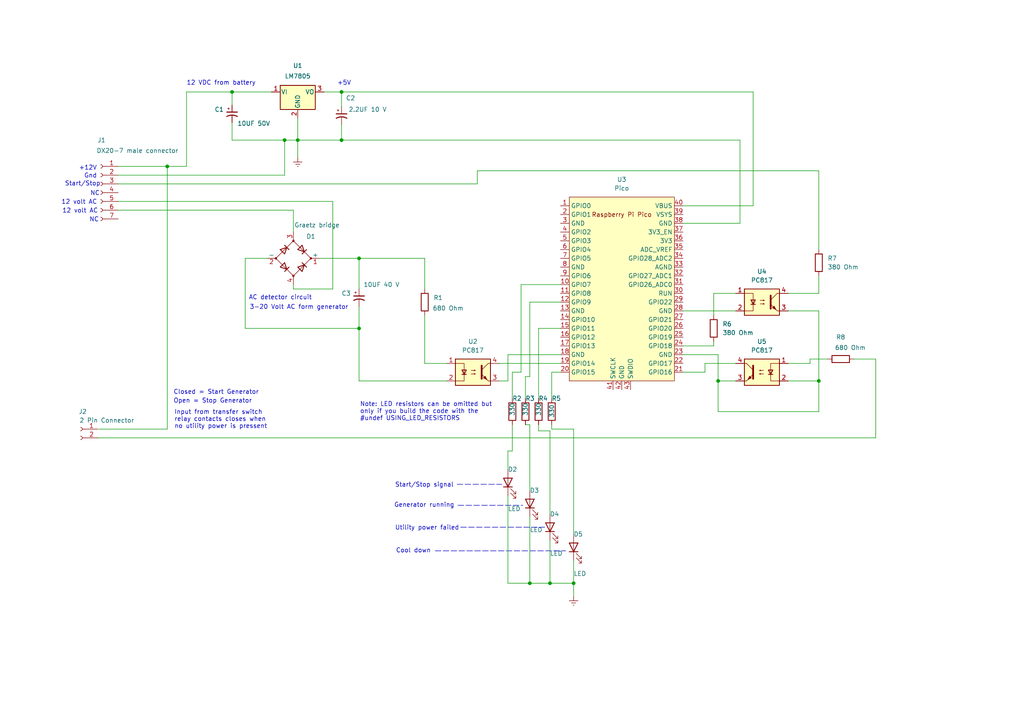
<source format=kicad_sch>
(kicad_sch (version 20211123) (generator eeschema)

  (uuid eaef1172-3351-417c-bfc4-74a598f141cb)

  (paper "A4")

  (title_block
    (title "Westinghouse 12kw generator controller")
    (date "2023-02-15")
    (rev "1.0")
    (company "Designed by Carsten Svanholm")
    (comment 1 "contact  csvanholm@comcast.net")
  )

  (lib_symbols
    (symbol "Connector:Conn_01x02_Female" (pin_names (offset 1.016) hide) (in_bom yes) (on_board yes)
      (property "Reference" "J" (id 0) (at 0 2.54 0)
        (effects (font (size 1.27 1.27)))
      )
      (property "Value" "Conn_01x02_Female" (id 1) (at 0 -5.08 0)
        (effects (font (size 1.27 1.27)))
      )
      (property "Footprint" "" (id 2) (at 0 0 0)
        (effects (font (size 1.27 1.27)) hide)
      )
      (property "Datasheet" "~" (id 3) (at 0 0 0)
        (effects (font (size 1.27 1.27)) hide)
      )
      (property "ki_keywords" "connector" (id 4) (at 0 0 0)
        (effects (font (size 1.27 1.27)) hide)
      )
      (property "ki_description" "Generic connector, single row, 01x02, script generated (kicad-library-utils/schlib/autogen/connector/)" (id 5) (at 0 0 0)
        (effects (font (size 1.27 1.27)) hide)
      )
      (property "ki_fp_filters" "Connector*:*_1x??_*" (id 6) (at 0 0 0)
        (effects (font (size 1.27 1.27)) hide)
      )
      (symbol "Conn_01x02_Female_1_1"
        (arc (start 0 -2.032) (mid -0.508 -2.54) (end 0 -3.048)
          (stroke (width 0.1524) (type default) (color 0 0 0 0))
          (fill (type none))
        )
        (polyline
          (pts
            (xy -1.27 -2.54)
            (xy -0.508 -2.54)
          )
          (stroke (width 0.1524) (type default) (color 0 0 0 0))
          (fill (type none))
        )
        (polyline
          (pts
            (xy -1.27 0)
            (xy -0.508 0)
          )
          (stroke (width 0.1524) (type default) (color 0 0 0 0))
          (fill (type none))
        )
        (arc (start 0 0.508) (mid -0.508 0) (end 0 -0.508)
          (stroke (width 0.1524) (type default) (color 0 0 0 0))
          (fill (type none))
        )
        (pin passive line (at -5.08 0 0) (length 3.81)
          (name "Pin_1" (effects (font (size 1.27 1.27))))
          (number "1" (effects (font (size 1.27 1.27))))
        )
        (pin passive line (at -5.08 -2.54 0) (length 3.81)
          (name "Pin_2" (effects (font (size 1.27 1.27))))
          (number "2" (effects (font (size 1.27 1.27))))
        )
      )
    )
    (symbol "Connector:Conn_01x07_Female" (pin_names (offset 1.016) hide) (in_bom yes) (on_board yes)
      (property "Reference" "J" (id 0) (at 0 10.16 0)
        (effects (font (size 1.27 1.27)))
      )
      (property "Value" "Conn_01x07_Female" (id 1) (at 0 -10.16 0)
        (effects (font (size 1.27 1.27)))
      )
      (property "Footprint" "" (id 2) (at 0 0 0)
        (effects (font (size 1.27 1.27)) hide)
      )
      (property "Datasheet" "~" (id 3) (at 0 0 0)
        (effects (font (size 1.27 1.27)) hide)
      )
      (property "ki_keywords" "connector" (id 4) (at 0 0 0)
        (effects (font (size 1.27 1.27)) hide)
      )
      (property "ki_description" "Generic connector, single row, 01x07, script generated (kicad-library-utils/schlib/autogen/connector/)" (id 5) (at 0 0 0)
        (effects (font (size 1.27 1.27)) hide)
      )
      (property "ki_fp_filters" "Connector*:*_1x??_*" (id 6) (at 0 0 0)
        (effects (font (size 1.27 1.27)) hide)
      )
      (symbol "Conn_01x07_Female_1_1"
        (arc (start 0 -7.112) (mid -0.508 -7.62) (end 0 -8.128)
          (stroke (width 0.1524) (type default) (color 0 0 0 0))
          (fill (type none))
        )
        (arc (start 0 -4.572) (mid -0.508 -5.08) (end 0 -5.588)
          (stroke (width 0.1524) (type default) (color 0 0 0 0))
          (fill (type none))
        )
        (arc (start 0 -2.032) (mid -0.508 -2.54) (end 0 -3.048)
          (stroke (width 0.1524) (type default) (color 0 0 0 0))
          (fill (type none))
        )
        (polyline
          (pts
            (xy -1.27 -7.62)
            (xy -0.508 -7.62)
          )
          (stroke (width 0.1524) (type default) (color 0 0 0 0))
          (fill (type none))
        )
        (polyline
          (pts
            (xy -1.27 -5.08)
            (xy -0.508 -5.08)
          )
          (stroke (width 0.1524) (type default) (color 0 0 0 0))
          (fill (type none))
        )
        (polyline
          (pts
            (xy -1.27 -2.54)
            (xy -0.508 -2.54)
          )
          (stroke (width 0.1524) (type default) (color 0 0 0 0))
          (fill (type none))
        )
        (polyline
          (pts
            (xy -1.27 0)
            (xy -0.508 0)
          )
          (stroke (width 0.1524) (type default) (color 0 0 0 0))
          (fill (type none))
        )
        (polyline
          (pts
            (xy -1.27 2.54)
            (xy -0.508 2.54)
          )
          (stroke (width 0.1524) (type default) (color 0 0 0 0))
          (fill (type none))
        )
        (polyline
          (pts
            (xy -1.27 5.08)
            (xy -0.508 5.08)
          )
          (stroke (width 0.1524) (type default) (color 0 0 0 0))
          (fill (type none))
        )
        (polyline
          (pts
            (xy -1.27 7.62)
            (xy -0.508 7.62)
          )
          (stroke (width 0.1524) (type default) (color 0 0 0 0))
          (fill (type none))
        )
        (arc (start 0 0.508) (mid -0.508 0) (end 0 -0.508)
          (stroke (width 0.1524) (type default) (color 0 0 0 0))
          (fill (type none))
        )
        (arc (start 0 3.048) (mid -0.508 2.54) (end 0 2.032)
          (stroke (width 0.1524) (type default) (color 0 0 0 0))
          (fill (type none))
        )
        (arc (start 0 5.588) (mid -0.508 5.08) (end 0 4.572)
          (stroke (width 0.1524) (type default) (color 0 0 0 0))
          (fill (type none))
        )
        (arc (start 0 8.128) (mid -0.508 7.62) (end 0 7.112)
          (stroke (width 0.1524) (type default) (color 0 0 0 0))
          (fill (type none))
        )
        (pin passive line (at -5.08 7.62 0) (length 3.81)
          (name "Pin_1" (effects (font (size 1.27 1.27))))
          (number "1" (effects (font (size 1.27 1.27))))
        )
        (pin passive line (at -5.08 5.08 0) (length 3.81)
          (name "Pin_2" (effects (font (size 1.27 1.27))))
          (number "2" (effects (font (size 1.27 1.27))))
        )
        (pin passive line (at -5.08 2.54 0) (length 3.81)
          (name "Pin_3" (effects (font (size 1.27 1.27))))
          (number "3" (effects (font (size 1.27 1.27))))
        )
        (pin passive line (at -5.08 0 0) (length 3.81)
          (name "Pin_4" (effects (font (size 1.27 1.27))))
          (number "4" (effects (font (size 1.27 1.27))))
        )
        (pin passive line (at -5.08 -2.54 0) (length 3.81)
          (name "Pin_5" (effects (font (size 1.27 1.27))))
          (number "5" (effects (font (size 1.27 1.27))))
        )
        (pin passive line (at -5.08 -5.08 0) (length 3.81)
          (name "Pin_6" (effects (font (size 1.27 1.27))))
          (number "6" (effects (font (size 1.27 1.27))))
        )
        (pin passive line (at -5.08 -7.62 0) (length 3.81)
          (name "Pin_7" (effects (font (size 1.27 1.27))))
          (number "7" (effects (font (size 1.27 1.27))))
        )
      )
    )
    (symbol "Device:C_Polarized_Small_US" (pin_numbers hide) (pin_names (offset 0.254) hide) (in_bom yes) (on_board yes)
      (property "Reference" "C" (id 0) (at 0.254 1.778 0)
        (effects (font (size 1.27 1.27)) (justify left))
      )
      (property "Value" "C_Polarized_Small_US" (id 1) (at 0.254 -2.032 0)
        (effects (font (size 1.27 1.27)) (justify left))
      )
      (property "Footprint" "" (id 2) (at 0 0 0)
        (effects (font (size 1.27 1.27)) hide)
      )
      (property "Datasheet" "~" (id 3) (at 0 0 0)
        (effects (font (size 1.27 1.27)) hide)
      )
      (property "ki_keywords" "cap capacitor" (id 4) (at 0 0 0)
        (effects (font (size 1.27 1.27)) hide)
      )
      (property "ki_description" "Polarized capacitor, small US symbol" (id 5) (at 0 0 0)
        (effects (font (size 1.27 1.27)) hide)
      )
      (property "ki_fp_filters" "CP_*" (id 6) (at 0 0 0)
        (effects (font (size 1.27 1.27)) hide)
      )
      (symbol "C_Polarized_Small_US_0_1"
        (polyline
          (pts
            (xy -1.524 0.508)
            (xy 1.524 0.508)
          )
          (stroke (width 0.3048) (type default) (color 0 0 0 0))
          (fill (type none))
        )
        (polyline
          (pts
            (xy -1.27 1.524)
            (xy -0.762 1.524)
          )
          (stroke (width 0) (type default) (color 0 0 0 0))
          (fill (type none))
        )
        (polyline
          (pts
            (xy -1.016 1.27)
            (xy -1.016 1.778)
          )
          (stroke (width 0) (type default) (color 0 0 0 0))
          (fill (type none))
        )
        (arc (start 1.524 -0.762) (mid 0 -0.3734) (end -1.524 -0.762)
          (stroke (width 0.3048) (type default) (color 0 0 0 0))
          (fill (type none))
        )
      )
      (symbol "C_Polarized_Small_US_1_1"
        (pin passive line (at 0 2.54 270) (length 2.032)
          (name "~" (effects (font (size 1.27 1.27))))
          (number "1" (effects (font (size 1.27 1.27))))
        )
        (pin passive line (at 0 -2.54 90) (length 2.032)
          (name "~" (effects (font (size 1.27 1.27))))
          (number "2" (effects (font (size 1.27 1.27))))
        )
      )
    )
    (symbol "Device:D_Bridge_+-AA" (pin_names (offset 0)) (in_bom yes) (on_board yes)
      (property "Reference" "D" (id 0) (at 2.54 6.985 0)
        (effects (font (size 1.27 1.27)) (justify left))
      )
      (property "Value" "D_Bridge_+-AA" (id 1) (at 2.54 5.08 0)
        (effects (font (size 1.27 1.27)) (justify left))
      )
      (property "Footprint" "" (id 2) (at 0 0 0)
        (effects (font (size 1.27 1.27)) hide)
      )
      (property "Datasheet" "~" (id 3) (at 0 0 0)
        (effects (font (size 1.27 1.27)) hide)
      )
      (property "ki_keywords" "rectifier ACDC" (id 4) (at 0 0 0)
        (effects (font (size 1.27 1.27)) hide)
      )
      (property "ki_description" "Diode bridge, +ve/-ve/AC/AC" (id 5) (at 0 0 0)
        (effects (font (size 1.27 1.27)) hide)
      )
      (property "ki_fp_filters" "D*Bridge* D*Rectifier*" (id 6) (at 0 0 0)
        (effects (font (size 1.27 1.27)) hide)
      )
      (symbol "D_Bridge_+-AA_0_1"
        (circle (center -5.08 0) (radius 0.254)
          (stroke (width 0) (type default) (color 0 0 0 0))
          (fill (type outline))
        )
        (circle (center 0 -5.08) (radius 0.254)
          (stroke (width 0) (type default) (color 0 0 0 0))
          (fill (type outline))
        )
        (polyline
          (pts
            (xy -2.54 3.81)
            (xy -1.27 2.54)
          )
          (stroke (width 0.254) (type default) (color 0 0 0 0))
          (fill (type none))
        )
        (polyline
          (pts
            (xy -1.27 -2.54)
            (xy -2.54 -3.81)
          )
          (stroke (width 0.254) (type default) (color 0 0 0 0))
          (fill (type none))
        )
        (polyline
          (pts
            (xy 2.54 -1.27)
            (xy 3.81 -2.54)
          )
          (stroke (width 0.254) (type default) (color 0 0 0 0))
          (fill (type none))
        )
        (polyline
          (pts
            (xy 2.54 1.27)
            (xy 3.81 2.54)
          )
          (stroke (width 0.254) (type default) (color 0 0 0 0))
          (fill (type none))
        )
        (polyline
          (pts
            (xy -3.81 2.54)
            (xy -2.54 1.27)
            (xy -1.905 3.175)
            (xy -3.81 2.54)
          )
          (stroke (width 0.254) (type default) (color 0 0 0 0))
          (fill (type none))
        )
        (polyline
          (pts
            (xy -2.54 -1.27)
            (xy -3.81 -2.54)
            (xy -1.905 -3.175)
            (xy -2.54 -1.27)
          )
          (stroke (width 0.254) (type default) (color 0 0 0 0))
          (fill (type none))
        )
        (polyline
          (pts
            (xy 1.27 2.54)
            (xy 2.54 3.81)
            (xy 3.175 1.905)
            (xy 1.27 2.54)
          )
          (stroke (width 0.254) (type default) (color 0 0 0 0))
          (fill (type none))
        )
        (polyline
          (pts
            (xy 3.175 -1.905)
            (xy 1.27 -2.54)
            (xy 2.54 -3.81)
            (xy 3.175 -1.905)
          )
          (stroke (width 0.254) (type default) (color 0 0 0 0))
          (fill (type none))
        )
        (polyline
          (pts
            (xy -5.08 0)
            (xy 0 -5.08)
            (xy 5.08 0)
            (xy 0 5.08)
            (xy -5.08 0)
          )
          (stroke (width 0) (type default) (color 0 0 0 0))
          (fill (type none))
        )
        (circle (center 0 5.08) (radius 0.254)
          (stroke (width 0) (type default) (color 0 0 0 0))
          (fill (type outline))
        )
        (circle (center 5.08 0) (radius 0.254)
          (stroke (width 0) (type default) (color 0 0 0 0))
          (fill (type outline))
        )
      )
      (symbol "D_Bridge_+-AA_1_1"
        (pin passive line (at 7.62 0 180) (length 2.54)
          (name "+" (effects (font (size 1.27 1.27))))
          (number "1" (effects (font (size 1.27 1.27))))
        )
        (pin passive line (at -7.62 0 0) (length 2.54)
          (name "-" (effects (font (size 1.27 1.27))))
          (number "2" (effects (font (size 1.27 1.27))))
        )
        (pin passive line (at 0 7.62 270) (length 2.54)
          (name "~" (effects (font (size 1.27 1.27))))
          (number "3" (effects (font (size 1.27 1.27))))
        )
        (pin passive line (at 0 -7.62 90) (length 2.54)
          (name "~" (effects (font (size 1.27 1.27))))
          (number "4" (effects (font (size 1.27 1.27))))
        )
      )
    )
    (symbol "Device:LED" (pin_numbers hide) (pin_names (offset 1.016) hide) (in_bom yes) (on_board yes)
      (property "Reference" "D" (id 0) (at 0 2.54 0)
        (effects (font (size 1.27 1.27)))
      )
      (property "Value" "LED" (id 1) (at 0 -2.54 0)
        (effects (font (size 1.27 1.27)))
      )
      (property "Footprint" "" (id 2) (at 0 0 0)
        (effects (font (size 1.27 1.27)) hide)
      )
      (property "Datasheet" "~" (id 3) (at 0 0 0)
        (effects (font (size 1.27 1.27)) hide)
      )
      (property "ki_keywords" "LED diode" (id 4) (at 0 0 0)
        (effects (font (size 1.27 1.27)) hide)
      )
      (property "ki_description" "Light emitting diode" (id 5) (at 0 0 0)
        (effects (font (size 1.27 1.27)) hide)
      )
      (property "ki_fp_filters" "LED* LED_SMD:* LED_THT:*" (id 6) (at 0 0 0)
        (effects (font (size 1.27 1.27)) hide)
      )
      (symbol "LED_0_1"
        (polyline
          (pts
            (xy -1.27 -1.27)
            (xy -1.27 1.27)
          )
          (stroke (width 0.254) (type default) (color 0 0 0 0))
          (fill (type none))
        )
        (polyline
          (pts
            (xy -1.27 0)
            (xy 1.27 0)
          )
          (stroke (width 0) (type default) (color 0 0 0 0))
          (fill (type none))
        )
        (polyline
          (pts
            (xy 1.27 -1.27)
            (xy 1.27 1.27)
            (xy -1.27 0)
            (xy 1.27 -1.27)
          )
          (stroke (width 0.254) (type default) (color 0 0 0 0))
          (fill (type none))
        )
        (polyline
          (pts
            (xy -3.048 -0.762)
            (xy -4.572 -2.286)
            (xy -3.81 -2.286)
            (xy -4.572 -2.286)
            (xy -4.572 -1.524)
          )
          (stroke (width 0) (type default) (color 0 0 0 0))
          (fill (type none))
        )
        (polyline
          (pts
            (xy -1.778 -0.762)
            (xy -3.302 -2.286)
            (xy -2.54 -2.286)
            (xy -3.302 -2.286)
            (xy -3.302 -1.524)
          )
          (stroke (width 0) (type default) (color 0 0 0 0))
          (fill (type none))
        )
      )
      (symbol "LED_1_1"
        (pin passive line (at -3.81 0 0) (length 2.54)
          (name "K" (effects (font (size 1.27 1.27))))
          (number "1" (effects (font (size 1.27 1.27))))
        )
        (pin passive line (at 3.81 0 180) (length 2.54)
          (name "A" (effects (font (size 1.27 1.27))))
          (number "2" (effects (font (size 1.27 1.27))))
        )
      )
    )
    (symbol "Device:R" (pin_numbers hide) (pin_names (offset 0)) (in_bom yes) (on_board yes)
      (property "Reference" "R" (id 0) (at 2.032 0 90)
        (effects (font (size 1.27 1.27)))
      )
      (property "Value" "R" (id 1) (at 0 0 90)
        (effects (font (size 1.27 1.27)))
      )
      (property "Footprint" "" (id 2) (at -1.778 0 90)
        (effects (font (size 1.27 1.27)) hide)
      )
      (property "Datasheet" "~" (id 3) (at 0 0 0)
        (effects (font (size 1.27 1.27)) hide)
      )
      (property "ki_keywords" "R res resistor" (id 4) (at 0 0 0)
        (effects (font (size 1.27 1.27)) hide)
      )
      (property "ki_description" "Resistor" (id 5) (at 0 0 0)
        (effects (font (size 1.27 1.27)) hide)
      )
      (property "ki_fp_filters" "R_*" (id 6) (at 0 0 0)
        (effects (font (size 1.27 1.27)) hide)
      )
      (symbol "R_0_1"
        (rectangle (start -1.016 -2.54) (end 1.016 2.54)
          (stroke (width 0.254) (type default) (color 0 0 0 0))
          (fill (type none))
        )
      )
      (symbol "R_1_1"
        (pin passive line (at 0 3.81 270) (length 1.27)
          (name "~" (effects (font (size 1.27 1.27))))
          (number "1" (effects (font (size 1.27 1.27))))
        )
        (pin passive line (at 0 -3.81 90) (length 1.27)
          (name "~" (effects (font (size 1.27 1.27))))
          (number "2" (effects (font (size 1.27 1.27))))
        )
      )
    )
    (symbol "Isolator:PC817" (pin_names (offset 1.016)) (in_bom yes) (on_board yes)
      (property "Reference" "U" (id 0) (at -5.08 5.08 0)
        (effects (font (size 1.27 1.27)) (justify left))
      )
      (property "Value" "PC817" (id 1) (at 0 5.08 0)
        (effects (font (size 1.27 1.27)) (justify left))
      )
      (property "Footprint" "Package_DIP:DIP-4_W7.62mm" (id 2) (at -5.08 -5.08 0)
        (effects (font (size 1.27 1.27) italic) (justify left) hide)
      )
      (property "Datasheet" "http://www.soselectronic.cz/a_info/resource/d/pc817.pdf" (id 3) (at 0 0 0)
        (effects (font (size 1.27 1.27)) (justify left) hide)
      )
      (property "ki_keywords" "NPN DC Optocoupler" (id 4) (at 0 0 0)
        (effects (font (size 1.27 1.27)) hide)
      )
      (property "ki_description" "DC Optocoupler, Vce 35V, CTR 50-300%, DIP-4" (id 5) (at 0 0 0)
        (effects (font (size 1.27 1.27)) hide)
      )
      (property "ki_fp_filters" "DIP*W7.62mm*" (id 6) (at 0 0 0)
        (effects (font (size 1.27 1.27)) hide)
      )
      (symbol "PC817_0_1"
        (rectangle (start -5.08 3.81) (end 5.08 -3.81)
          (stroke (width 0.254) (type default) (color 0 0 0 0))
          (fill (type background))
        )
        (polyline
          (pts
            (xy -3.175 -0.635)
            (xy -1.905 -0.635)
          )
          (stroke (width 0.254) (type default) (color 0 0 0 0))
          (fill (type none))
        )
        (polyline
          (pts
            (xy 2.54 0.635)
            (xy 4.445 2.54)
          )
          (stroke (width 0) (type default) (color 0 0 0 0))
          (fill (type none))
        )
        (polyline
          (pts
            (xy 4.445 -2.54)
            (xy 2.54 -0.635)
          )
          (stroke (width 0) (type default) (color 0 0 0 0))
          (fill (type outline))
        )
        (polyline
          (pts
            (xy 4.445 -2.54)
            (xy 5.08 -2.54)
          )
          (stroke (width 0) (type default) (color 0 0 0 0))
          (fill (type none))
        )
        (polyline
          (pts
            (xy 4.445 2.54)
            (xy 5.08 2.54)
          )
          (stroke (width 0) (type default) (color 0 0 0 0))
          (fill (type none))
        )
        (polyline
          (pts
            (xy -5.08 2.54)
            (xy -2.54 2.54)
            (xy -2.54 -0.635)
          )
          (stroke (width 0) (type default) (color 0 0 0 0))
          (fill (type none))
        )
        (polyline
          (pts
            (xy -2.54 -0.635)
            (xy -2.54 -2.54)
            (xy -5.08 -2.54)
          )
          (stroke (width 0) (type default) (color 0 0 0 0))
          (fill (type none))
        )
        (polyline
          (pts
            (xy 2.54 1.905)
            (xy 2.54 -1.905)
            (xy 2.54 -1.905)
          )
          (stroke (width 0.508) (type default) (color 0 0 0 0))
          (fill (type none))
        )
        (polyline
          (pts
            (xy -2.54 -0.635)
            (xy -3.175 0.635)
            (xy -1.905 0.635)
            (xy -2.54 -0.635)
          )
          (stroke (width 0.254) (type default) (color 0 0 0 0))
          (fill (type none))
        )
        (polyline
          (pts
            (xy -0.508 -0.508)
            (xy 0.762 -0.508)
            (xy 0.381 -0.635)
            (xy 0.381 -0.381)
            (xy 0.762 -0.508)
          )
          (stroke (width 0) (type default) (color 0 0 0 0))
          (fill (type none))
        )
        (polyline
          (pts
            (xy -0.508 0.508)
            (xy 0.762 0.508)
            (xy 0.381 0.381)
            (xy 0.381 0.635)
            (xy 0.762 0.508)
          )
          (stroke (width 0) (type default) (color 0 0 0 0))
          (fill (type none))
        )
        (polyline
          (pts
            (xy 3.048 -1.651)
            (xy 3.556 -1.143)
            (xy 4.064 -2.159)
            (xy 3.048 -1.651)
            (xy 3.048 -1.651)
          )
          (stroke (width 0) (type default) (color 0 0 0 0))
          (fill (type outline))
        )
      )
      (symbol "PC817_1_1"
        (pin passive line (at -7.62 2.54 0) (length 2.54)
          (name "~" (effects (font (size 1.27 1.27))))
          (number "1" (effects (font (size 1.27 1.27))))
        )
        (pin passive line (at -7.62 -2.54 0) (length 2.54)
          (name "~" (effects (font (size 1.27 1.27))))
          (number "2" (effects (font (size 1.27 1.27))))
        )
        (pin passive line (at 7.62 -2.54 180) (length 2.54)
          (name "~" (effects (font (size 1.27 1.27))))
          (number "3" (effects (font (size 1.27 1.27))))
        )
        (pin passive line (at 7.62 2.54 180) (length 2.54)
          (name "~" (effects (font (size 1.27 1.27))))
          (number "4" (effects (font (size 1.27 1.27))))
        )
      )
    )
    (symbol "MCU_RaspberryPi_and_Boards:Pico" (in_bom yes) (on_board yes)
      (property "Reference" "U" (id 0) (at -13.97 27.94 0)
        (effects (font (size 1.27 1.27)))
      )
      (property "Value" "Pico" (id 1) (at 0 19.05 0)
        (effects (font (size 1.27 1.27)))
      )
      (property "Footprint" "RPi_Pico:RPi_Pico_SMD_TH" (id 2) (at 0 0 90)
        (effects (font (size 1.27 1.27)) hide)
      )
      (property "Datasheet" "" (id 3) (at 0 0 0)
        (effects (font (size 1.27 1.27)) hide)
      )
      (symbol "Pico_0_0"
        (text "Raspberry Pi Pico" (at 0 21.59 0)
          (effects (font (size 1.27 1.27)))
        )
      )
      (symbol "Pico_0_1"
        (rectangle (start -15.24 26.67) (end 15.24 -26.67)
          (stroke (width 0) (type default) (color 0 0 0 0))
          (fill (type background))
        )
      )
      (symbol "Pico_1_1"
        (pin bidirectional line (at -17.78 24.13 0) (length 2.54)
          (name "GPIO0" (effects (font (size 1.27 1.27))))
          (number "1" (effects (font (size 1.27 1.27))))
        )
        (pin bidirectional line (at -17.78 1.27 0) (length 2.54)
          (name "GPIO7" (effects (font (size 1.27 1.27))))
          (number "10" (effects (font (size 1.27 1.27))))
        )
        (pin bidirectional line (at -17.78 -1.27 0) (length 2.54)
          (name "GPIO8" (effects (font (size 1.27 1.27))))
          (number "11" (effects (font (size 1.27 1.27))))
        )
        (pin bidirectional line (at -17.78 -3.81 0) (length 2.54)
          (name "GPIO9" (effects (font (size 1.27 1.27))))
          (number "12" (effects (font (size 1.27 1.27))))
        )
        (pin power_in line (at -17.78 -6.35 0) (length 2.54)
          (name "GND" (effects (font (size 1.27 1.27))))
          (number "13" (effects (font (size 1.27 1.27))))
        )
        (pin bidirectional line (at -17.78 -8.89 0) (length 2.54)
          (name "GPIO10" (effects (font (size 1.27 1.27))))
          (number "14" (effects (font (size 1.27 1.27))))
        )
        (pin bidirectional line (at -17.78 -11.43 0) (length 2.54)
          (name "GPIO11" (effects (font (size 1.27 1.27))))
          (number "15" (effects (font (size 1.27 1.27))))
        )
        (pin bidirectional line (at -17.78 -13.97 0) (length 2.54)
          (name "GPIO12" (effects (font (size 1.27 1.27))))
          (number "16" (effects (font (size 1.27 1.27))))
        )
        (pin bidirectional line (at -17.78 -16.51 0) (length 2.54)
          (name "GPIO13" (effects (font (size 1.27 1.27))))
          (number "17" (effects (font (size 1.27 1.27))))
        )
        (pin power_in line (at -17.78 -19.05 0) (length 2.54)
          (name "GND" (effects (font (size 1.27 1.27))))
          (number "18" (effects (font (size 1.27 1.27))))
        )
        (pin bidirectional line (at -17.78 -21.59 0) (length 2.54)
          (name "GPIO14" (effects (font (size 1.27 1.27))))
          (number "19" (effects (font (size 1.27 1.27))))
        )
        (pin bidirectional line (at -17.78 21.59 0) (length 2.54)
          (name "GPIO1" (effects (font (size 1.27 1.27))))
          (number "2" (effects (font (size 1.27 1.27))))
        )
        (pin bidirectional line (at -17.78 -24.13 0) (length 2.54)
          (name "GPIO15" (effects (font (size 1.27 1.27))))
          (number "20" (effects (font (size 1.27 1.27))))
        )
        (pin bidirectional line (at 17.78 -24.13 180) (length 2.54)
          (name "GPIO16" (effects (font (size 1.27 1.27))))
          (number "21" (effects (font (size 1.27 1.27))))
        )
        (pin bidirectional line (at 17.78 -21.59 180) (length 2.54)
          (name "GPIO17" (effects (font (size 1.27 1.27))))
          (number "22" (effects (font (size 1.27 1.27))))
        )
        (pin power_in line (at 17.78 -19.05 180) (length 2.54)
          (name "GND" (effects (font (size 1.27 1.27))))
          (number "23" (effects (font (size 1.27 1.27))))
        )
        (pin bidirectional line (at 17.78 -16.51 180) (length 2.54)
          (name "GPIO18" (effects (font (size 1.27 1.27))))
          (number "24" (effects (font (size 1.27 1.27))))
        )
        (pin bidirectional line (at 17.78 -13.97 180) (length 2.54)
          (name "GPIO19" (effects (font (size 1.27 1.27))))
          (number "25" (effects (font (size 1.27 1.27))))
        )
        (pin bidirectional line (at 17.78 -11.43 180) (length 2.54)
          (name "GPIO20" (effects (font (size 1.27 1.27))))
          (number "26" (effects (font (size 1.27 1.27))))
        )
        (pin bidirectional line (at 17.78 -8.89 180) (length 2.54)
          (name "GPIO21" (effects (font (size 1.27 1.27))))
          (number "27" (effects (font (size 1.27 1.27))))
        )
        (pin power_in line (at 17.78 -6.35 180) (length 2.54)
          (name "GND" (effects (font (size 1.27 1.27))))
          (number "28" (effects (font (size 1.27 1.27))))
        )
        (pin bidirectional line (at 17.78 -3.81 180) (length 2.54)
          (name "GPIO22" (effects (font (size 1.27 1.27))))
          (number "29" (effects (font (size 1.27 1.27))))
        )
        (pin power_in line (at -17.78 19.05 0) (length 2.54)
          (name "GND" (effects (font (size 1.27 1.27))))
          (number "3" (effects (font (size 1.27 1.27))))
        )
        (pin input line (at 17.78 -1.27 180) (length 2.54)
          (name "RUN" (effects (font (size 1.27 1.27))))
          (number "30" (effects (font (size 1.27 1.27))))
        )
        (pin bidirectional line (at 17.78 1.27 180) (length 2.54)
          (name "GPIO26_ADC0" (effects (font (size 1.27 1.27))))
          (number "31" (effects (font (size 1.27 1.27))))
        )
        (pin bidirectional line (at 17.78 3.81 180) (length 2.54)
          (name "GPIO27_ADC1" (effects (font (size 1.27 1.27))))
          (number "32" (effects (font (size 1.27 1.27))))
        )
        (pin power_in line (at 17.78 6.35 180) (length 2.54)
          (name "AGND" (effects (font (size 1.27 1.27))))
          (number "33" (effects (font (size 1.27 1.27))))
        )
        (pin bidirectional line (at 17.78 8.89 180) (length 2.54)
          (name "GPIO28_ADC2" (effects (font (size 1.27 1.27))))
          (number "34" (effects (font (size 1.27 1.27))))
        )
        (pin power_in line (at 17.78 11.43 180) (length 2.54)
          (name "ADC_VREF" (effects (font (size 1.27 1.27))))
          (number "35" (effects (font (size 1.27 1.27))))
        )
        (pin power_in line (at 17.78 13.97 180) (length 2.54)
          (name "3V3" (effects (font (size 1.27 1.27))))
          (number "36" (effects (font (size 1.27 1.27))))
        )
        (pin input line (at 17.78 16.51 180) (length 2.54)
          (name "3V3_EN" (effects (font (size 1.27 1.27))))
          (number "37" (effects (font (size 1.27 1.27))))
        )
        (pin bidirectional line (at 17.78 19.05 180) (length 2.54)
          (name "GND" (effects (font (size 1.27 1.27))))
          (number "38" (effects (font (size 1.27 1.27))))
        )
        (pin power_in line (at 17.78 21.59 180) (length 2.54)
          (name "VSYS" (effects (font (size 1.27 1.27))))
          (number "39" (effects (font (size 1.27 1.27))))
        )
        (pin bidirectional line (at -17.78 16.51 0) (length 2.54)
          (name "GPIO2" (effects (font (size 1.27 1.27))))
          (number "4" (effects (font (size 1.27 1.27))))
        )
        (pin power_in line (at 17.78 24.13 180) (length 2.54)
          (name "VBUS" (effects (font (size 1.27 1.27))))
          (number "40" (effects (font (size 1.27 1.27))))
        )
        (pin input line (at -2.54 -29.21 90) (length 2.54)
          (name "SWCLK" (effects (font (size 1.27 1.27))))
          (number "41" (effects (font (size 1.27 1.27))))
        )
        (pin power_in line (at 0 -29.21 90) (length 2.54)
          (name "GND" (effects (font (size 1.27 1.27))))
          (number "42" (effects (font (size 1.27 1.27))))
        )
        (pin bidirectional line (at 2.54 -29.21 90) (length 2.54)
          (name "SWDIO" (effects (font (size 1.27 1.27))))
          (number "43" (effects (font (size 1.27 1.27))))
        )
        (pin bidirectional line (at -17.78 13.97 0) (length 2.54)
          (name "GPIO3" (effects (font (size 1.27 1.27))))
          (number "5" (effects (font (size 1.27 1.27))))
        )
        (pin bidirectional line (at -17.78 11.43 0) (length 2.54)
          (name "GPIO4" (effects (font (size 1.27 1.27))))
          (number "6" (effects (font (size 1.27 1.27))))
        )
        (pin bidirectional line (at -17.78 8.89 0) (length 2.54)
          (name "GPIO5" (effects (font (size 1.27 1.27))))
          (number "7" (effects (font (size 1.27 1.27))))
        )
        (pin power_in line (at -17.78 6.35 0) (length 2.54)
          (name "GND" (effects (font (size 1.27 1.27))))
          (number "8" (effects (font (size 1.27 1.27))))
        )
        (pin bidirectional line (at -17.78 3.81 0) (length 2.54)
          (name "GPIO6" (effects (font (size 1.27 1.27))))
          (number "9" (effects (font (size 1.27 1.27))))
        )
      )
    )
    (symbol "Regulator_Linear:LM7805_TO220" (pin_names (offset 0.254)) (in_bom yes) (on_board yes)
      (property "Reference" "U" (id 0) (at -3.81 3.175 0)
        (effects (font (size 1.27 1.27)))
      )
      (property "Value" "LM7805_TO220" (id 1) (at 0 3.175 0)
        (effects (font (size 1.27 1.27)) (justify left))
      )
      (property "Footprint" "Package_TO_SOT_THT:TO-220-3_Vertical" (id 2) (at 0 5.715 0)
        (effects (font (size 1.27 1.27) italic) hide)
      )
      (property "Datasheet" "https://www.onsemi.cn/PowerSolutions/document/MC7800-D.PDF" (id 3) (at 0 -1.27 0)
        (effects (font (size 1.27 1.27)) hide)
      )
      (property "ki_keywords" "Voltage Regulator 1A Positive" (id 4) (at 0 0 0)
        (effects (font (size 1.27 1.27)) hide)
      )
      (property "ki_description" "Positive 1A 35V Linear Regulator, Fixed Output 5V, TO-220" (id 5) (at 0 0 0)
        (effects (font (size 1.27 1.27)) hide)
      )
      (property "ki_fp_filters" "TO?220*" (id 6) (at 0 0 0)
        (effects (font (size 1.27 1.27)) hide)
      )
      (symbol "LM7805_TO220_0_1"
        (rectangle (start -5.08 1.905) (end 5.08 -5.08)
          (stroke (width 0.254) (type default) (color 0 0 0 0))
          (fill (type background))
        )
      )
      (symbol "LM7805_TO220_1_1"
        (pin power_in line (at -7.62 0 0) (length 2.54)
          (name "VI" (effects (font (size 1.27 1.27))))
          (number "1" (effects (font (size 1.27 1.27))))
        )
        (pin power_in line (at 0 -7.62 90) (length 2.54)
          (name "GND" (effects (font (size 1.27 1.27))))
          (number "2" (effects (font (size 1.27 1.27))))
        )
        (pin power_out line (at 7.62 0 180) (length 2.54)
          (name "VO" (effects (font (size 1.27 1.27))))
          (number "3" (effects (font (size 1.27 1.27))))
        )
      )
    )
    (symbol "power:Earth" (power) (pin_names (offset 0)) (in_bom yes) (on_board yes)
      (property "Reference" "#PWR" (id 0) (at 0 -6.35 0)
        (effects (font (size 1.27 1.27)) hide)
      )
      (property "Value" "Earth" (id 1) (at 0 -3.81 0)
        (effects (font (size 1.27 1.27)) hide)
      )
      (property "Footprint" "" (id 2) (at 0 0 0)
        (effects (font (size 1.27 1.27)) hide)
      )
      (property "Datasheet" "~" (id 3) (at 0 0 0)
        (effects (font (size 1.27 1.27)) hide)
      )
      (property "ki_keywords" "power-flag ground gnd" (id 4) (at 0 0 0)
        (effects (font (size 1.27 1.27)) hide)
      )
      (property "ki_description" "Power symbol creates a global label with name \"Earth\"" (id 5) (at 0 0 0)
        (effects (font (size 1.27 1.27)) hide)
      )
      (symbol "Earth_0_1"
        (polyline
          (pts
            (xy -0.635 -1.905)
            (xy 0.635 -1.905)
          )
          (stroke (width 0) (type default) (color 0 0 0 0))
          (fill (type none))
        )
        (polyline
          (pts
            (xy -0.127 -2.54)
            (xy 0.127 -2.54)
          )
          (stroke (width 0) (type default) (color 0 0 0 0))
          (fill (type none))
        )
        (polyline
          (pts
            (xy 0 -1.27)
            (xy 0 0)
          )
          (stroke (width 0) (type default) (color 0 0 0 0))
          (fill (type none))
        )
        (polyline
          (pts
            (xy 1.27 -1.27)
            (xy -1.27 -1.27)
          )
          (stroke (width 0) (type default) (color 0 0 0 0))
          (fill (type none))
        )
      )
      (symbol "Earth_1_1"
        (pin power_in line (at 0 0 270) (length 0) hide
          (name "Earth" (effects (font (size 1.27 1.27))))
          (number "1" (effects (font (size 1.27 1.27))))
        )
      )
    )
  )

  (junction (at 67.31 26.67) (diameter 0) (color 0 0 0 0)
    (uuid 0229ea77-eafd-41bb-a22d-d4cf25569011)
  )
  (junction (at 153.67 169.164) (diameter 0) (color 0 0 0 0)
    (uuid 02ce37cb-8470-441d-b6d3-da96fcfc2eaf)
  )
  (junction (at 86.36 40.64) (diameter 0) (color 0 0 0 0)
    (uuid 3da7e419-f555-43e5-a254-92f4766f8586)
  )
  (junction (at 166.37 169.164) (diameter 0) (color 0 0 0 0)
    (uuid 3e36b199-28a2-4ef6-b141-6093ddfd1d43)
  )
  (junction (at 104.14 74.93) (diameter 0) (color 0 0 0 0)
    (uuid 4924ed0b-3964-4186-ac6c-80625a1bb1f8)
  )
  (junction (at 48.514 48.26) (diameter 0) (color 0 0 0 0)
    (uuid 6761d7a1-e136-4cc8-b4a4-ff96f09adf62)
  )
  (junction (at 99.06 40.64) (diameter 0) (color 0 0 0 0)
    (uuid 921110aa-3bbc-49d8-aebd-c042283ca58b)
  )
  (junction (at 237.49 110.49) (diameter 0) (color 0 0 0 0)
    (uuid a77d236d-bdb5-4121-9e69-3727bf10e5c7)
  )
  (junction (at 82.55 40.64) (diameter 0) (color 0 0 0 0)
    (uuid b41f9ada-20e7-40f3-a4dd-fa390df68292)
  )
  (junction (at 99.06 26.67) (diameter 0) (color 0 0 0 0)
    (uuid b4784123-347b-482f-a7f8-d0489a4bfdd7)
  )
  (junction (at 159.512 169.164) (diameter 0) (color 0 0 0 0)
    (uuid b93b9d32-f556-4e45-aa4f-7efa5c9d790e)
  )
  (junction (at 104.14 95.25) (diameter 0) (color 0 0 0 0)
    (uuid bc862c2e-3d9b-48ba-aac3-7b4838ce63c8)
  )
  (junction (at 208.28 110.49) (diameter 0) (color 0 0 0 0)
    (uuid d0101e26-8527-4fad-b8c1-8677610327ca)
  )

  (wire (pts (xy 160.02 124.46) (xy 166.37 124.46))
    (stroke (width 0) (type default) (color 0 0 0 0))
    (uuid 00b98109-2f33-43f6-9183-60d5235a1225)
  )
  (wire (pts (xy 147.32 130.81) (xy 147.32 136.144))
    (stroke (width 0) (type default) (color 0 0 0 0))
    (uuid 01678182-e9fe-424b-997d-abd3e8e5cd8e)
  )
  (wire (pts (xy 234.95 104.14) (xy 234.95 105.41))
    (stroke (width 0) (type default) (color 0 0 0 0))
    (uuid 017d5c1a-b6a0-4171-b8d5-d9efa646d1db)
  )
  (wire (pts (xy 166.37 162.56) (xy 166.37 169.164))
    (stroke (width 0) (type default) (color 0 0 0 0))
    (uuid 038f192b-69fa-47f4-b354-b0b928095e5b)
  )
  (wire (pts (xy 86.36 40.64) (xy 86.36 45.72))
    (stroke (width 0) (type default) (color 0 0 0 0))
    (uuid 08d61372-4267-4a4f-a48a-41680a2ac206)
  )
  (wire (pts (xy 77.47 74.93) (xy 71.12 74.93))
    (stroke (width 0) (type default) (color 0 0 0 0))
    (uuid 09f70d58-1d93-4c11-9e15-0176fb212ab6)
  )
  (wire (pts (xy 162.56 107.95) (xy 160.02 107.95))
    (stroke (width 0) (type default) (color 0 0 0 0))
    (uuid 0f153eaa-caf4-471b-bd67-7cf70c05c8fe)
  )
  (wire (pts (xy 138.43 49.53) (xy 237.49 49.53))
    (stroke (width 0) (type default) (color 0 0 0 0))
    (uuid 0f43b808-5384-4d89-9531-bb5e5be62119)
  )
  (wire (pts (xy 153.67 123.19) (xy 152.4 123.19))
    (stroke (width 0) (type default) (color 0 0 0 0))
    (uuid 0f8e2903-d2e1-432b-b7b5-e1ba291ea2a8)
  )
  (wire (pts (xy 207.01 91.44) (xy 207.01 85.09))
    (stroke (width 0) (type default) (color 0 0 0 0))
    (uuid 109577ca-5e57-42da-a444-a541e3c5f863)
  )
  (wire (pts (xy 123.19 91.44) (xy 123.19 105.41))
    (stroke (width 0) (type default) (color 0 0 0 0))
    (uuid 1374a9fc-19a3-4b02-888c-2912eaae1766)
  )
  (wire (pts (xy 198.12 107.95) (xy 204.47 107.95))
    (stroke (width 0) (type default) (color 0 0 0 0))
    (uuid 18306e16-331c-4db8-811e-49524859f6ee)
  )
  (wire (pts (xy 93.98 26.67) (xy 99.06 26.67))
    (stroke (width 0) (type default) (color 0 0 0 0))
    (uuid 1df7fc3e-e0a2-42e2-a824-0b4634898970)
  )
  (wire (pts (xy 207.01 85.09) (xy 213.36 85.09))
    (stroke (width 0) (type default) (color 0 0 0 0))
    (uuid 1f9089eb-b6e9-4f42-a591-28eda30cd7b8)
  )
  (wire (pts (xy 28.702 124.46) (xy 48.514 124.46))
    (stroke (width 0) (type default) (color 0 0 0 0))
    (uuid 25cc2427-f59b-4f56-9e1e-150f7eb87a7a)
  )
  (wire (pts (xy 54.102 26.67) (xy 54.102 48.26))
    (stroke (width 0) (type default) (color 0 0 0 0))
    (uuid 28109f99-e0f9-417d-aa91-915b6f58f1da)
  )
  (wire (pts (xy 123.19 105.41) (xy 129.54 105.41))
    (stroke (width 0) (type default) (color 0 0 0 0))
    (uuid 2878a5d5-feff-4de0-89d5-b8c9757e2cf9)
  )
  (wire (pts (xy 48.514 48.26) (xy 54.102 48.26))
    (stroke (width 0) (type default) (color 0 0 0 0))
    (uuid 2fe59138-085f-47e5-b6d5-e153711c610d)
  )
  (wire (pts (xy 204.47 107.95) (xy 204.47 105.41))
    (stroke (width 0) (type default) (color 0 0 0 0))
    (uuid 3196eaa9-0cb0-41cf-85f1-83194cb5fa94)
  )
  (wire (pts (xy 104.14 110.49) (xy 129.54 110.49))
    (stroke (width 0) (type default) (color 0 0 0 0))
    (uuid 3440e37b-d6ae-4529-b5a2-d27713c7a43d)
  )
  (wire (pts (xy 99.06 26.67) (xy 99.06 30.988))
    (stroke (width 0) (type default) (color 0 0 0 0))
    (uuid 35d28fee-bd09-407c-a5c2-83dab3bafb50)
  )
  (wire (pts (xy 67.31 40.64) (xy 82.55 40.64))
    (stroke (width 0) (type default) (color 0 0 0 0))
    (uuid 3671feff-f38f-4911-9d81-62ea1ed2e827)
  )
  (wire (pts (xy 218.44 59.69) (xy 218.44 26.67))
    (stroke (width 0) (type default) (color 0 0 0 0))
    (uuid 373a5c0c-ad17-40df-9dfe-e8c6e917996b)
  )
  (wire (pts (xy 153.67 169.164) (xy 159.512 169.164))
    (stroke (width 0) (type default) (color 0 0 0 0))
    (uuid 39c5a3e8-9584-4a8b-a9a7-043a70743f81)
  )
  (wire (pts (xy 218.44 26.67) (xy 99.06 26.67))
    (stroke (width 0) (type default) (color 0 0 0 0))
    (uuid 3aecad7f-e672-4850-b4f7-127046ca5538)
  )
  (wire (pts (xy 104.14 83.82) (xy 104.14 74.93))
    (stroke (width 0) (type default) (color 0 0 0 0))
    (uuid 3b908b62-71e7-481c-927c-44bd17a19291)
  )
  (wire (pts (xy 156.21 123.19) (xy 156.21 124.968))
    (stroke (width 0) (type default) (color 0 0 0 0))
    (uuid 3ed4bef9-5e06-4a5a-8473-bf2ba9f7d768)
  )
  (wire (pts (xy 208.28 119.38) (xy 208.28 110.49))
    (stroke (width 0) (type default) (color 0 0 0 0))
    (uuid 3ee48fde-4819-4fad-a5b5-48b06da3b379)
  )
  (wire (pts (xy 159.512 124.968) (xy 159.512 149.098))
    (stroke (width 0) (type default) (color 0 0 0 0))
    (uuid 44e3e048-b9fc-40ab-9474-b51df8b0e5f6)
  )
  (wire (pts (xy 214.63 64.77) (xy 198.12 64.77))
    (stroke (width 0) (type default) (color 0 0 0 0))
    (uuid 456c05ff-9eae-40fa-bbbe-e8e86ec8b60a)
  )
  (wire (pts (xy 147.32 169.164) (xy 153.67 169.164))
    (stroke (width 0) (type default) (color 0 0 0 0))
    (uuid 46dd8be9-df78-4d5d-b6ae-2cdc47c8f333)
  )
  (wire (pts (xy 147.32 102.87) (xy 147.32 110.49))
    (stroke (width 0) (type default) (color 0 0 0 0))
    (uuid 470cab86-434f-4a94-af14-d2da19074a61)
  )
  (wire (pts (xy 96.52 83.82) (xy 85.09 83.82))
    (stroke (width 0) (type default) (color 0 0 0 0))
    (uuid 470e7cfe-92c7-41b9-bf3d-dbb3ae4326e8)
  )
  (wire (pts (xy 151.13 107.95) (xy 148.59 107.95))
    (stroke (width 0) (type default) (color 0 0 0 0))
    (uuid 4ad7d12a-e1ce-48be-87e5-5268d1f4fa94)
  )
  (wire (pts (xy 148.59 123.19) (xy 148.59 130.81))
    (stroke (width 0) (type default) (color 0 0 0 0))
    (uuid 50813983-c8a7-46b7-91bc-78e71fb4ce1b)
  )
  (wire (pts (xy 159.512 156.718) (xy 159.512 169.164))
    (stroke (width 0) (type default) (color 0 0 0 0))
    (uuid 50a7ca0f-dd44-4f98-bf19-636f7fc72c4e)
  )
  (wire (pts (xy 99.06 40.64) (xy 214.63 40.64))
    (stroke (width 0) (type default) (color 0 0 0 0))
    (uuid 528e40ad-0f55-400a-9d4c-92b31f3b71f6)
  )
  (wire (pts (xy 151.13 82.55) (xy 151.13 107.95))
    (stroke (width 0) (type default) (color 0 0 0 0))
    (uuid 534c898b-5662-4051-9e36-8114017ddf20)
  )
  (wire (pts (xy 67.31 26.67) (xy 78.74 26.67))
    (stroke (width 0) (type default) (color 0 0 0 0))
    (uuid 58aae7b7-b55b-400d-963a-adf33eb5cb91)
  )
  (wire (pts (xy 67.31 26.67) (xy 67.31 30.48))
    (stroke (width 0) (type default) (color 0 0 0 0))
    (uuid 5d56f7e2-e93a-4dd3-ac40-fa62e2634746)
  )
  (wire (pts (xy 34.29 58.42) (xy 96.52 58.42))
    (stroke (width 0) (type default) (color 0 0 0 0))
    (uuid 63ef8c20-e0ff-446f-89f9-d67a9012fecf)
  )
  (wire (pts (xy 166.37 124.46) (xy 166.37 154.94))
    (stroke (width 0) (type default) (color 0 0 0 0))
    (uuid 66d0872c-8514-4bc7-8698-40ff28569c45)
  )
  (polyline (pts (xy 132.842 146.558) (xy 151.638 146.558))
    (stroke (width 0) (type default) (color 0 0 0 0))
    (uuid 694c4d0f-1d27-4490-8380-9b59824afc0c)
  )

  (wire (pts (xy 85.09 60.96) (xy 85.09 67.31))
    (stroke (width 0) (type default) (color 0 0 0 0))
    (uuid 71fd092a-9d9c-46cf-b76d-0f1301459b2c)
  )
  (wire (pts (xy 228.6 85.09) (xy 237.49 85.09))
    (stroke (width 0) (type default) (color 0 0 0 0))
    (uuid 72cc23c3-8db4-4579-a558-4e860a37cb31)
  )
  (wire (pts (xy 166.37 169.164) (xy 166.37 172.974))
    (stroke (width 0) (type default) (color 0 0 0 0))
    (uuid 73141b0d-3c6c-43f4-899e-6a9eec810a6f)
  )
  (wire (pts (xy 156.21 95.25) (xy 162.56 95.25))
    (stroke (width 0) (type default) (color 0 0 0 0))
    (uuid 7484592a-62b2-4a86-a0f1-280b6cc250fc)
  )
  (wire (pts (xy 214.63 40.64) (xy 214.63 64.77))
    (stroke (width 0) (type default) (color 0 0 0 0))
    (uuid 77d2d4ef-ca7e-4f6f-9501-121f28ee80f5)
  )
  (wire (pts (xy 198.12 90.17) (xy 213.36 90.17))
    (stroke (width 0) (type default) (color 0 0 0 0))
    (uuid 794ce0a3-c74d-4792-9245-9b91a57bfa12)
  )
  (wire (pts (xy 207.01 100.33) (xy 207.01 99.06))
    (stroke (width 0) (type default) (color 0 0 0 0))
    (uuid 7ac44084-51ab-42d0-9f97-304d5d8d16d8)
  )
  (wire (pts (xy 162.56 102.87) (xy 147.32 102.87))
    (stroke (width 0) (type default) (color 0 0 0 0))
    (uuid 7ba53a2a-e725-4f72-abf7-ff36dbc57806)
  )
  (wire (pts (xy 28.448 127) (xy 254 127))
    (stroke (width 0) (type default) (color 0 0 0 0))
    (uuid 7e095fd9-d408-425a-9ef7-85c1884b34b7)
  )
  (wire (pts (xy 34.29 50.8) (xy 82.55 50.8))
    (stroke (width 0) (type default) (color 0 0 0 0))
    (uuid 7f3ba46a-88ef-43b6-a458-fca82a44e1a5)
  )
  (wire (pts (xy 237.49 110.49) (xy 237.49 119.38))
    (stroke (width 0) (type default) (color 0 0 0 0))
    (uuid 7fc27f98-f5ef-4a9d-9c81-6ef7dd44cc6a)
  )
  (wire (pts (xy 99.06 36.068) (xy 99.06 40.64))
    (stroke (width 0) (type default) (color 0 0 0 0))
    (uuid 84614438-927c-41d5-954b-3899dc3d12a3)
  )
  (wire (pts (xy 138.43 53.34) (xy 138.43 49.53))
    (stroke (width 0) (type default) (color 0 0 0 0))
    (uuid 85a3082a-bdfe-406d-9da8-05cd33264a02)
  )
  (wire (pts (xy 153.67 87.63) (xy 153.67 109.22))
    (stroke (width 0) (type default) (color 0 0 0 0))
    (uuid 86333961-c0bb-402d-988e-cb4b2d5e18ba)
  )
  (wire (pts (xy 153.67 149.86) (xy 153.67 169.164))
    (stroke (width 0) (type default) (color 0 0 0 0))
    (uuid 863f2509-25e0-4f84-8f55-9937fec167d4)
  )
  (wire (pts (xy 82.55 50.8) (xy 82.55 40.64))
    (stroke (width 0) (type default) (color 0 0 0 0))
    (uuid 8a848e0c-31ff-4f84-8294-a771192e5090)
  )
  (wire (pts (xy 152.4 109.22) (xy 152.4 115.57))
    (stroke (width 0) (type default) (color 0 0 0 0))
    (uuid 8c727fac-5b25-4a51-83ec-97b5aae2b870)
  )
  (wire (pts (xy 54.102 26.67) (xy 67.31 26.67))
    (stroke (width 0) (type default) (color 0 0 0 0))
    (uuid 908cc4a6-483f-4249-a0ee-345070e97e22)
  )
  (wire (pts (xy 34.29 60.96) (xy 85.09 60.96))
    (stroke (width 0) (type default) (color 0 0 0 0))
    (uuid 90ae07d7-16ae-4325-a246-4d9495d61cff)
  )
  (wire (pts (xy 228.6 110.49) (xy 237.49 110.49))
    (stroke (width 0) (type default) (color 0 0 0 0))
    (uuid 90d9217d-f414-4840-b1c2-5be421015420)
  )
  (wire (pts (xy 240.03 104.14) (xy 234.95 104.14))
    (stroke (width 0) (type default) (color 0 0 0 0))
    (uuid 954fe02d-d2c1-4387-bc6b-c29580881c25)
  )
  (wire (pts (xy 104.14 95.25) (xy 104.14 110.49))
    (stroke (width 0) (type default) (color 0 0 0 0))
    (uuid 966ede4d-e394-46ee-a3bd-48419b5babe1)
  )
  (wire (pts (xy 148.59 130.81) (xy 147.32 130.81))
    (stroke (width 0) (type default) (color 0 0 0 0))
    (uuid 973b4b62-70aa-4b7f-b6e3-d23f39eac474)
  )
  (wire (pts (xy 237.49 119.38) (xy 208.28 119.38))
    (stroke (width 0) (type default) (color 0 0 0 0))
    (uuid 98370fe2-d5a4-4b95-926d-e5cc52d604ea)
  )
  (wire (pts (xy 144.78 105.41) (xy 162.56 105.41))
    (stroke (width 0) (type default) (color 0 0 0 0))
    (uuid 98aacc27-2fd7-470f-a6b1-1f9820d537af)
  )
  (wire (pts (xy 85.09 83.82) (xy 85.09 82.55))
    (stroke (width 0) (type default) (color 0 0 0 0))
    (uuid 99d26eb9-d359-407f-8940-03c009d46cee)
  )
  (wire (pts (xy 148.59 107.95) (xy 148.59 115.57))
    (stroke (width 0) (type default) (color 0 0 0 0))
    (uuid 9a14997e-c970-4da3-9b3d-cb0b05c11e2f)
  )
  (wire (pts (xy 48.514 48.26) (xy 48.514 124.46))
    (stroke (width 0) (type default) (color 0 0 0 0))
    (uuid 9ae448c8-18a6-4b06-84b9-8b57ee265ab3)
  )
  (wire (pts (xy 213.36 110.49) (xy 208.28 110.49))
    (stroke (width 0) (type default) (color 0 0 0 0))
    (uuid a34be2a5-a1d8-4208-a1ac-52b8a8c65720)
  )
  (wire (pts (xy 104.14 74.93) (xy 92.71 74.93))
    (stroke (width 0) (type default) (color 0 0 0 0))
    (uuid abe1a7d2-3576-4cb8-824e-5a117f71d77e)
  )
  (wire (pts (xy 208.28 110.49) (xy 208.28 102.87))
    (stroke (width 0) (type default) (color 0 0 0 0))
    (uuid ad2d4e5d-a60e-4144-80bd-d3bdfe5f34b9)
  )
  (wire (pts (xy 237.49 110.49) (xy 237.49 90.17))
    (stroke (width 0) (type default) (color 0 0 0 0))
    (uuid b0a00d11-15c7-4ae3-8386-07041a2cfe3e)
  )
  (wire (pts (xy 160.02 107.95) (xy 160.02 115.57))
    (stroke (width 0) (type default) (color 0 0 0 0))
    (uuid b1d1d383-9b47-4237-a2e3-3afc5ee0ac8f)
  )
  (wire (pts (xy 160.02 123.19) (xy 160.02 124.46))
    (stroke (width 0) (type default) (color 0 0 0 0))
    (uuid b2201dc3-e88d-4119-b91b-3be0d175d883)
  )
  (wire (pts (xy 237.49 49.53) (xy 237.49 72.39))
    (stroke (width 0) (type default) (color 0 0 0 0))
    (uuid b34b240f-4080-4e7a-8a29-c09eca9fc140)
  )
  (wire (pts (xy 162.56 82.55) (xy 151.13 82.55))
    (stroke (width 0) (type default) (color 0 0 0 0))
    (uuid b34f43be-98d6-41f4-98a8-1148fd4bdbe9)
  )
  (wire (pts (xy 86.36 34.29) (xy 86.36 40.64))
    (stroke (width 0) (type default) (color 0 0 0 0))
    (uuid b43c6cbf-ce10-4686-ba72-8d9886b504ec)
  )
  (wire (pts (xy 237.49 85.09) (xy 237.49 80.01))
    (stroke (width 0) (type default) (color 0 0 0 0))
    (uuid b5e716a3-fea2-4825-93f9-550ab9b3a866)
  )
  (wire (pts (xy 67.31 35.56) (xy 67.31 40.64))
    (stroke (width 0) (type default) (color 0 0 0 0))
    (uuid b63f0703-13d3-46b3-b8be-5f02cc7a9659)
  )
  (wire (pts (xy 147.32 143.764) (xy 147.32 169.164))
    (stroke (width 0) (type default) (color 0 0 0 0))
    (uuid bc7b5a09-8808-462f-aa14-212794559299)
  )
  (wire (pts (xy 34.29 48.26) (xy 48.514 48.26))
    (stroke (width 0) (type default) (color 0 0 0 0))
    (uuid bda654dc-0ce6-4e2b-85d9-83b7d45bb84e)
  )
  (wire (pts (xy 156.21 124.968) (xy 159.512 124.968))
    (stroke (width 0) (type default) (color 0 0 0 0))
    (uuid c40c876c-bb79-4edf-9a82-1d1c581ce44f)
  )
  (wire (pts (xy 71.12 74.93) (xy 71.12 95.25))
    (stroke (width 0) (type default) (color 0 0 0 0))
    (uuid c51ce622-23c0-41b1-9a2a-b7c71fa6688a)
  )
  (wire (pts (xy 198.12 59.69) (xy 218.44 59.69))
    (stroke (width 0) (type default) (color 0 0 0 0))
    (uuid c6a8fd32-dec7-49e9-b7a6-30eadf3c8021)
  )
  (wire (pts (xy 123.19 74.93) (xy 123.19 83.82))
    (stroke (width 0) (type default) (color 0 0 0 0))
    (uuid d2293b72-c41d-4ba3-be89-c42d57bc3d89)
  )
  (wire (pts (xy 208.28 102.87) (xy 198.12 102.87))
    (stroke (width 0) (type default) (color 0 0 0 0))
    (uuid d280418d-2a2e-4501-b1db-047acd582e1a)
  )
  (wire (pts (xy 71.12 95.25) (xy 104.14 95.25))
    (stroke (width 0) (type default) (color 0 0 0 0))
    (uuid d5f8bc9e-7ebf-4bbd-993d-71c2c9ba2239)
  )
  (wire (pts (xy 153.67 123.19) (xy 153.67 142.24))
    (stroke (width 0) (type default) (color 0 0 0 0))
    (uuid d8ca25ef-6c73-4904-8ecc-73baa339823f)
  )
  (wire (pts (xy 162.56 87.63) (xy 153.67 87.63))
    (stroke (width 0) (type default) (color 0 0 0 0))
    (uuid da0fc6ef-86d8-48d7-83d8-8fe59b5aea40)
  )
  (wire (pts (xy 237.49 90.17) (xy 228.6 90.17))
    (stroke (width 0) (type default) (color 0 0 0 0))
    (uuid da1d56c9-d028-4519-8cda-de43c2a0f7c0)
  )
  (polyline (pts (xy 126.238 159.766) (xy 164.084 159.766))
    (stroke (width 0) (type default) (color 0 0 0 0))
    (uuid dbc1da66-fd99-4cb9-b1a7-d8dc5ba3a5b6)
  )

  (wire (pts (xy 144.78 110.49) (xy 147.32 110.49))
    (stroke (width 0) (type default) (color 0 0 0 0))
    (uuid ddb3a539-532b-4e65-9ed8-e1a7f74c053f)
  )
  (wire (pts (xy 254 104.14) (xy 247.65 104.14))
    (stroke (width 0) (type default) (color 0 0 0 0))
    (uuid e7266f9e-1fab-4abc-9ab4-e4f29ad3ff9c)
  )
  (wire (pts (xy 159.512 169.164) (xy 166.37 169.164))
    (stroke (width 0) (type default) (color 0 0 0 0))
    (uuid eb63a59d-5e7b-45fc-b21c-9828cffffa16)
  )
  (wire (pts (xy 198.12 100.33) (xy 207.01 100.33))
    (stroke (width 0) (type default) (color 0 0 0 0))
    (uuid ed695f32-ae93-4b90-a5c2-f4dfab6b7cd8)
  )
  (wire (pts (xy 104.14 95.25) (xy 104.14 88.9))
    (stroke (width 0) (type default) (color 0 0 0 0))
    (uuid efc3f1fb-0118-4116-9152-8158391dbb61)
  )
  (wire (pts (xy 254 127) (xy 254 104.14))
    (stroke (width 0) (type default) (color 0 0 0 0))
    (uuid f0cfb24b-f2af-49c8-af4a-bc947702c03b)
  )
  (wire (pts (xy 204.47 105.41) (xy 213.36 105.41))
    (stroke (width 0) (type default) (color 0 0 0 0))
    (uuid f0eeb23c-f381-4e19-a593-4dbb9c1ec58e)
  )
  (wire (pts (xy 153.67 109.22) (xy 152.4 109.22))
    (stroke (width 0) (type default) (color 0 0 0 0))
    (uuid f12a071b-d557-4931-9cfc-6a7bbc2a8ae2)
  )
  (wire (pts (xy 156.21 115.57) (xy 156.21 95.25))
    (stroke (width 0) (type default) (color 0 0 0 0))
    (uuid f258b45a-7e2b-42b4-b998-dbb5d43b6983)
  )
  (polyline (pts (xy 133.604 152.908) (xy 157.988 152.908))
    (stroke (width 0) (type default) (color 0 0 0 0))
    (uuid f27e7352-ba73-43a6-a481-68dd7a84637f)
  )

  (wire (pts (xy 82.55 40.64) (xy 86.36 40.64))
    (stroke (width 0) (type default) (color 0 0 0 0))
    (uuid f2d8c9b7-6850-4f78-9330-ea592ddea934)
  )
  (wire (pts (xy 96.52 58.42) (xy 96.52 83.82))
    (stroke (width 0) (type default) (color 0 0 0 0))
    (uuid f6f72e9b-0e79-4220-bcc9-afc45eaf4333)
  )
  (wire (pts (xy 104.14 74.93) (xy 123.19 74.93))
    (stroke (width 0) (type default) (color 0 0 0 0))
    (uuid f8c133e9-c387-4316-8a07-02d4ab84b4f2)
  )
  (wire (pts (xy 34.29 53.34) (xy 138.43 53.34))
    (stroke (width 0) (type default) (color 0 0 0 0))
    (uuid f93746cc-4861-4a06-9494-17f80c4674a5)
  )
  (polyline (pts (xy 132.588 140.462) (xy 145.542 140.462))
    (stroke (width 0) (type default) (color 0 0 0 0))
    (uuid fa1d0b81-8cde-4631-8b3f-32c6cffaf65c)
  )

  (wire (pts (xy 234.95 105.41) (xy 228.6 105.41))
    (stroke (width 0) (type default) (color 0 0 0 0))
    (uuid fa65ea0a-b502-4172-9785-8273d17b2314)
  )
  (wire (pts (xy 86.36 40.64) (xy 99.06 40.64))
    (stroke (width 0) (type default) (color 0 0 0 0))
    (uuid fdfaea4b-d836-41bb-8d66-885275e736dd)
  )

  (text "Start/Stop signal" (at 114.554 141.478 0)
    (effects (font (size 1.27 1.27)) (justify left bottom))
    (uuid 0de41720-4def-4a3f-8ca4-6548e61678e5)
  )
  (text "AC detector circuit " (at 72.136 87.122 0)
    (effects (font (size 1.27 1.27)) (justify left bottom))
    (uuid 47755e25-0be8-4ea1-ba6e-4167721c0d92)
  )
  (text "12 volt AC" (at 18.034 61.976 0)
    (effects (font (size 1.27 1.27)) (justify left bottom))
    (uuid 4abd691b-8aec-4e6b-993c-503ef9ea2c61)
  )
  (text "Open = Stop Generator" (at 50.292 117.094 0)
    (effects (font (size 1.27 1.27)) (justify left bottom))
    (uuid 51ff473d-df9b-4bec-8bcf-a6c72faa8f1e)
  )
  (text "Cool down" (at 114.808 160.528 0)
    (effects (font (size 1.27 1.27)) (justify left bottom))
    (uuid 631b7ac7-5c40-4652-97b7-8d84c7c67304)
  )
  (text "Start/Stop " (at 18.796 54.102 0)
    (effects (font (size 1.27 1.27)) (justify left bottom))
    (uuid 6acbcaac-8919-491a-8278-444aa28404f2)
  )
  (text "Input from transfer switch\nrelay contacts closes when \nno utility power is pressent"
    (at 50.546 124.46 0)
    (effects (font (size 1.27 1.27)) (justify left bottom))
    (uuid 72dbda4a-e3fc-4bbd-a92f-56deb92e8aa9)
  )
  (text "Utility power failed" (at 114.554 153.924 0)
    (effects (font (size 1.27 1.27)) (justify left bottom))
    (uuid 75296328-5a9c-44e1-9666-ef13d2c0b213)
  )
  (text "+12V" (at 22.86 49.53 0)
    (effects (font (size 1.27 1.27)) (justify left bottom))
    (uuid 83a55916-d959-4f9e-a611-94d8ab8f4783)
  )
  (text "Closed = Start Generator" (at 50.292 114.554 0)
    (effects (font (size 1.27 1.27)) (justify left bottom))
    (uuid 8e8d9263-9c0a-47d3-8d67-ce1852ecc03b)
  )
  (text "3-20 Volt AC form generator " (at 72.39 89.916 0)
    (effects (font (size 1.27 1.27)) (justify left bottom))
    (uuid 9826d35e-5d63-425f-8a3a-fc0039aab65b)
  )
  (text "Gnd" (at 24.384 51.816 0)
    (effects (font (size 1.27 1.27)) (justify left bottom))
    (uuid a3765659-29c3-4236-ab05-860af32bf943)
  )
  (text "Generator running" (at 114.3 147.32 0)
    (effects (font (size 1.27 1.27)) (justify left bottom))
    (uuid a69632ea-ed2e-4f91-a2a1-ef873a4cac48)
  )
  (text "NC" (at 25.908 64.516 0)
    (effects (font (size 1.27 1.27)) (justify left bottom))
    (uuid beceaf1e-0c60-4e41-9caa-5ba10967a143)
  )
  (text "+5V" (at 97.79 24.892 0)
    (effects (font (size 1.27 1.27)) (justify left bottom))
    (uuid c154c34f-8ea0-4660-a33a-ed7accc262e3)
  )
  (text "12 volt AC" (at 17.78 59.436 0)
    (effects (font (size 1.27 1.27)) (justify left bottom))
    (uuid d519878f-6cbc-4b1d-aba4-38b6677bd9ec)
  )
  (text "Note: LED resistors can be omitted but \nonly if you build the code with the \n#undef USING_LED_RESISTORS   "
    (at 104.394 122.174 0)
    (effects (font (size 1.27 1.27)) (justify left bottom))
    (uuid e698e3cf-ee80-4d83-b087-288e88766bdd)
  )
  (text "12 VDC from battery" (at 54.102 24.892 0)
    (effects (font (size 1.27 1.27)) (justify left bottom))
    (uuid fe6c0a90-e17d-45bd-a125-8ec972889a8e)
  )
  (text "NC" (at 26.162 56.896 0)
    (effects (font (size 1.27 1.27)) (justify left bottom))
    (uuid ff31921a-454e-4c0e-a374-474b625cada8)
  )

  (symbol (lib_id "Device:LED") (at 166.37 158.75 90) (unit 1)
    (in_bom yes) (on_board yes)
    (uuid 1c4da121-5739-42da-a346-5dfad9c4f670)
    (property "Reference" "D5" (id 0) (at 166.37 154.94 90)
      (effects (font (size 1.27 1.27)) (justify right))
    )
    (property "Value" "LED" (id 1) (at 166.37 166.37 90)
      (effects (font (size 1.27 1.27)) (justify right))
    )
    (property "Footprint" "LED_THT:LED_D3.0mm_Horizontal_O3.81mm_Z10.0mm" (id 2) (at 166.37 158.75 0)
      (effects (font (size 1.27 1.27)) hide)
    )
    (property "Datasheet" "~" (id 3) (at 166.37 158.75 0)
      (effects (font (size 1.27 1.27)) hide)
    )
    (pin "1" (uuid 56e18884-f83c-4c58-a448-51961af1761b))
    (pin "2" (uuid 32b94197-c872-49c5-a0c6-7378eb5d07c3))
  )

  (symbol (lib_id "Isolator:PC817") (at 220.98 87.63 0) (unit 1)
    (in_bom yes) (on_board yes) (fields_autoplaced)
    (uuid 345ca3b9-3d21-4448-bb71-6cf17bec9c8c)
    (property "Reference" "U4" (id 0) (at 220.98 78.74 0))
    (property "Value" "PC817" (id 1) (at 220.98 81.28 0))
    (property "Footprint" "Package_DIP:DIP-4_W7.62mm" (id 2) (at 215.9 92.71 0)
      (effects (font (size 1.27 1.27) italic) (justify left) hide)
    )
    (property "Datasheet" "http://www.soselectronic.cz/a_info/resource/d/pc817.pdf" (id 3) (at 220.98 87.63 0)
      (effects (font (size 1.27 1.27)) (justify left) hide)
    )
    (pin "1" (uuid 92f874f8-1e29-4e08-be0c-f3b9b759b8b6))
    (pin "2" (uuid 2f39195e-82ed-44b6-bf67-f7fc9a5b25fb))
    (pin "3" (uuid ed98e9a5-b932-496e-ac65-1b685a2de576))
    (pin "4" (uuid 69ae6448-4576-4de8-af07-cd690910bb5e))
  )

  (symbol (lib_id "Device:LED") (at 159.512 152.908 90) (unit 1)
    (in_bom yes) (on_board yes)
    (uuid 3642d80d-7972-49ab-b4dc-93ef77c5d62b)
    (property "Reference" "D4" (id 0) (at 159.512 149.098 90)
      (effects (font (size 1.27 1.27)) (justify right))
    )
    (property "Value" "LED" (id 1) (at 159.512 160.528 90)
      (effects (font (size 1.27 1.27)) (justify right))
    )
    (property "Footprint" "LED_THT:LED_D3.0mm_Horizontal_O3.81mm_Z10.0mm" (id 2) (at 159.512 152.908 0)
      (effects (font (size 1.27 1.27)) hide)
    )
    (property "Datasheet" "~" (id 3) (at 159.512 152.908 0)
      (effects (font (size 1.27 1.27)) hide)
    )
    (pin "1" (uuid 0540be2a-2197-4898-a1c6-d565cf3e2c5f))
    (pin "2" (uuid c5e317f1-e674-4e82-9538-12cdfbbb1e98))
  )

  (symbol (lib_id "Device:R") (at 148.59 119.38 0) (unit 1)
    (in_bom yes) (on_board yes)
    (uuid 39f8ac26-851a-4fec-8c0b-153d8366ce66)
    (property "Reference" "R2" (id 0) (at 148.59 115.57 0)
      (effects (font (size 1.27 1.27)) (justify left))
    )
    (property "Value" "" (id 1) (at 148.59 120.65 90)
      (effects (font (size 1.27 1.27)) (justify left))
    )
    (property "Footprint" "Resistor_THT:R_Axial_DIN0309_L9.0mm_D3.2mm_P20.32mm_Horizontal" (id 2) (at 146.812 119.38 90)
      (effects (font (size 1.27 1.27)) hide)
    )
    (property "Datasheet" "~" (id 3) (at 148.59 119.38 0)
      (effects (font (size 1.27 1.27)) hide)
    )
    (pin "1" (uuid 240d144f-c3c6-423e-b498-a9d633355df0))
    (pin "2" (uuid 845afb7e-3ccb-4b48-ae4d-ab9e012a4424))
  )

  (symbol (lib_id "Connector:Conn_01x07_Female") (at 29.21 55.88 0) (mirror y) (unit 1)
    (in_bom yes) (on_board yes)
    (uuid 3beb41b1-db61-4ec2-812b-f9d9eb59ba1b)
    (property "Reference" "J1" (id 0) (at 29.464 40.64 0))
    (property "Value" "" (id 1) (at 39.878 43.688 0))
    (property "Footprint" "Connector_PinHeader_1.00mm:PinHeader_1x07_P1.00mm_Vertical" (id 2) (at 29.21 55.88 0)
      (effects (font (size 1.27 1.27)) hide)
    )
    (property "Datasheet" "~" (id 3) (at 29.21 55.88 0)
      (effects (font (size 1.27 1.27)) hide)
    )
    (pin "1" (uuid 5080712d-8fd4-4501-91d1-85572be3adc8))
    (pin "2" (uuid c2c835d7-10cd-4c4f-bd8f-c77b7edd692d))
    (pin "3" (uuid 4097579e-7b77-4646-a891-04e4c54ce124))
    (pin "4" (uuid affb2b69-f6df-4998-9162-01978f139d6e))
    (pin "5" (uuid 73298dda-3fb0-4a22-b145-f344a8235791))
    (pin "6" (uuid afdf7a54-2f6d-4717-bad4-9199dc18d03f))
    (pin "7" (uuid 47980872-8ea6-4f5b-970b-f5a999c7b23e))
  )

  (symbol (lib_id "Device:C_Polarized_Small_US") (at 67.31 33.02 0) (unit 1)
    (in_bom yes) (on_board yes)
    (uuid 3e7efa6a-334c-43eb-bbb7-c953278c26f8)
    (property "Reference" "C1" (id 0) (at 62.23 31.75 0)
      (effects (font (size 1.27 1.27)) (justify left))
    )
    (property "Value" "" (id 1) (at 68.834 35.814 0)
      (effects (font (size 1.27 1.27)) (justify left))
    )
    (property "Footprint" "Capacitor_THT:CP_Radial_D6.3mm_P2.50mm" (id 2) (at 67.31 33.02 0)
      (effects (font (size 1.27 1.27)) hide)
    )
    (property "Datasheet" "~" (id 3) (at 67.31 33.02 0)
      (effects (font (size 1.27 1.27)) hide)
    )
    (pin "1" (uuid 85350319-8ae0-4928-abe3-2ebd069ba920))
    (pin "2" (uuid f6a9392b-9123-48ce-b3dd-762db4241c4e))
  )

  (symbol (lib_id "Device:R") (at 156.21 119.38 0) (unit 1)
    (in_bom yes) (on_board yes)
    (uuid 43c82dd3-347b-4e49-9372-31948879e8d3)
    (property "Reference" "R4" (id 0) (at 156.21 115.57 0)
      (effects (font (size 1.27 1.27)) (justify left))
    )
    (property "Value" "" (id 1) (at 156.21 120.65 90)
      (effects (font (size 1.27 1.27)) (justify left))
    )
    (property "Footprint" "Resistor_THT:R_Axial_DIN0309_L9.0mm_D3.2mm_P20.32mm_Horizontal" (id 2) (at 154.432 119.38 90)
      (effects (font (size 1.27 1.27)) hide)
    )
    (property "Datasheet" "~" (id 3) (at 156.21 119.38 0)
      (effects (font (size 1.27 1.27)) hide)
    )
    (pin "1" (uuid 3ce9c404-6fce-4378-b278-0b3b0fd729bc))
    (pin "2" (uuid 6646f5a9-8915-4d6e-a9ad-c87e2177e228))
  )

  (symbol (lib_id "Device:LED") (at 153.67 146.05 90) (unit 1)
    (in_bom yes) (on_board yes)
    (uuid 47faee7b-4524-4e35-bea3-36566a03d155)
    (property "Reference" "D3" (id 0) (at 153.67 142.24 90)
      (effects (font (size 1.27 1.27)) (justify right))
    )
    (property "Value" "LED" (id 1) (at 153.67 153.67 90)
      (effects (font (size 1.27 1.27)) (justify right))
    )
    (property "Footprint" "LED_THT:LED_D3.0mm_Horizontal_O3.81mm_Z10.0mm" (id 2) (at 153.67 146.05 0)
      (effects (font (size 1.27 1.27)) hide)
    )
    (property "Datasheet" "~" (id 3) (at 153.67 146.05 0)
      (effects (font (size 1.27 1.27)) hide)
    )
    (pin "1" (uuid 198165de-4d57-41c9-8e16-d64bcc53cf75))
    (pin "2" (uuid a2ec493e-68da-49ad-8d68-fca77e3a94e5))
  )

  (symbol (lib_id "Device:D_Bridge_+-AA") (at 85.09 74.93 0) (unit 1)
    (in_bom yes) (on_board yes)
    (uuid 6152e903-bf7f-49d9-9656-fed152a5c37b)
    (property "Reference" "D1" (id 0) (at 90.17 68.58 0))
    (property "Value" "" (id 1) (at 91.948 65.278 0))
    (property "Footprint" "Diode_THT:Diode_Bridge_Round_D9.8mm" (id 2) (at 85.09 74.93 0)
      (effects (font (size 1.27 1.27)) hide)
    )
    (property "Datasheet" "~" (id 3) (at 85.09 74.93 0)
      (effects (font (size 1.27 1.27)) hide)
    )
    (pin "1" (uuid 6de075cc-94d0-4dd6-a1a6-332f7757a46d))
    (pin "2" (uuid 2bd72b9d-1161-4988-bef8-a06261267f68))
    (pin "3" (uuid 9f607c7b-ce1b-41a6-aea2-2d6d34c9b55d))
    (pin "4" (uuid 3a640193-1496-4675-abc1-ec149bfb254f))
  )

  (symbol (lib_id "Regulator_Linear:LM7805_TO220") (at 86.36 26.67 0) (unit 1)
    (in_bom yes) (on_board yes)
    (uuid 63a80e7b-5e29-492a-8025-d9ff6addda0f)
    (property "Reference" "U1" (id 0) (at 86.36 19.05 0))
    (property "Value" "" (id 1) (at 86.36 22.098 0))
    (property "Footprint" "Package_TO_SOT_THT:TO-220-3_Vertical" (id 2) (at 86.36 20.955 0)
      (effects (font (size 1.27 1.27) italic) hide)
    )
    (property "Datasheet" "https://www.onsemi.cn/PowerSolutions/document/MC7800-D.PDF" (id 3) (at 86.36 27.94 0)
      (effects (font (size 1.27 1.27)) hide)
    )
    (pin "1" (uuid e84c1345-f09e-4367-a88c-c0057c80e52f))
    (pin "2" (uuid 01a1e18e-1544-4b7c-930a-f0329542b117))
    (pin "3" (uuid b7ec94eb-e377-4843-a9d4-6c4661f41afb))
  )

  (symbol (lib_id "Device:R") (at 207.01 95.25 180) (unit 1)
    (in_bom yes) (on_board yes) (fields_autoplaced)
    (uuid 765f8289-aa1c-4102-b51c-8f856fc18c07)
    (property "Reference" "R6" (id 0) (at 209.55 93.9799 0)
      (effects (font (size 1.27 1.27)) (justify right))
    )
    (property "Value" "" (id 1) (at 209.55 96.5199 0)
      (effects (font (size 1.27 1.27)) (justify right))
    )
    (property "Footprint" "Resistor_THT:R_Axial_DIN0309_L9.0mm_D3.2mm_P20.32mm_Horizontal" (id 2) (at 208.788 95.25 90)
      (effects (font (size 1.27 1.27)) hide)
    )
    (property "Datasheet" "~" (id 3) (at 207.01 95.25 0)
      (effects (font (size 1.27 1.27)) hide)
    )
    (pin "1" (uuid 93b1e61c-521a-4831-a37d-99166bd9fe8e))
    (pin "2" (uuid a8736b2b-e3f0-4977-a6e9-fbe71f1a65f7))
  )

  (symbol (lib_id "Device:LED") (at 147.32 139.954 90) (unit 1)
    (in_bom yes) (on_board yes)
    (uuid 84ea69ce-429e-4090-8a70-e3e2e6887e4e)
    (property "Reference" "D2" (id 0) (at 147.32 136.144 90)
      (effects (font (size 1.27 1.27)) (justify right))
    )
    (property "Value" "LED" (id 1) (at 147.32 147.574 90)
      (effects (font (size 1.27 1.27)) (justify right))
    )
    (property "Footprint" "LED_THT:LED_D3.0mm_Horizontal_O3.81mm_Z10.0mm" (id 2) (at 147.32 139.954 0)
      (effects (font (size 1.27 1.27)) hide)
    )
    (property "Datasheet" "~" (id 3) (at 147.32 139.954 0)
      (effects (font (size 1.27 1.27)) hide)
    )
    (pin "1" (uuid 2bbcfc8e-fae6-448d-b262-ee2cec20cb99))
    (pin "2" (uuid c52c93a4-aa48-4dee-9254-08ca8207760f))
  )

  (symbol (lib_id "Device:C_Polarized_Small_US") (at 99.06 33.528 0) (unit 1)
    (in_bom yes) (on_board yes)
    (uuid 8524a0c9-e6ce-414b-96ef-e3476e486d1a)
    (property "Reference" "C2" (id 0) (at 100.33 28.448 0)
      (effects (font (size 1.27 1.27)) (justify left))
    )
    (property "Value" "" (id 1) (at 101.092 31.75 0)
      (effects (font (size 1.27 1.27)) (justify left))
    )
    (property "Footprint" "Capacitor_THT:CP_Radial_D6.3mm_P2.50mm" (id 2) (at 99.06 33.528 0)
      (effects (font (size 1.27 1.27)) hide)
    )
    (property "Datasheet" "~" (id 3) (at 99.06 33.528 0)
      (effects (font (size 1.27 1.27)) hide)
    )
    (pin "1" (uuid 3d0ad381-4df1-446b-a821-663dd9b122ad))
    (pin "2" (uuid 4db7826c-9a3f-4825-a01f-e5fecf3c7f36))
  )

  (symbol (lib_id "Isolator:PC817") (at 137.16 107.95 0) (unit 1)
    (in_bom yes) (on_board yes) (fields_autoplaced)
    (uuid 8ca4f8ae-d1f3-4eb8-91f4-26b1982f9e84)
    (property "Reference" "U2" (id 0) (at 137.16 99.06 0))
    (property "Value" "PC817" (id 1) (at 137.16 101.6 0))
    (property "Footprint" "Package_DIP:DIP-4_W7.62mm" (id 2) (at 132.08 113.03 0)
      (effects (font (size 1.27 1.27) italic) (justify left) hide)
    )
    (property "Datasheet" "http://www.soselectronic.cz/a_info/resource/d/pc817.pdf" (id 3) (at 137.16 107.95 0)
      (effects (font (size 1.27 1.27)) (justify left) hide)
    )
    (pin "1" (uuid dec71439-7df9-4bec-bbfd-4cf48d120d8b))
    (pin "2" (uuid 6e6f3e0a-f4f4-4a79-99f7-a737ccf3176e))
    (pin "3" (uuid c07fbee3-d6de-476d-b43e-fbbcef463039))
    (pin "4" (uuid 4855fb6c-aee7-4167-93cb-cd3a3fb33e6d))
  )

  (symbol (lib_id "Connector:Conn_01x02_Female") (at 23.368 124.46 0) (mirror y) (unit 1)
    (in_bom yes) (on_board yes)
    (uuid 913f6989-00f8-4d36-86f3-d774aeb7ec3b)
    (property "Reference" "J2" (id 0) (at 24.003 119.38 0))
    (property "Value" "" (id 1) (at 30.988 121.92 0))
    (property "Footprint" "Connector_PinHeader_1.00mm:PinHeader_1x02_P1.00mm_Vertical" (id 2) (at 23.368 124.46 0)
      (effects (font (size 1.27 1.27)) hide)
    )
    (property "Datasheet" "~" (id 3) (at 23.368 124.46 0)
      (effects (font (size 1.27 1.27)) hide)
    )
    (pin "1" (uuid 7e7c77b0-c15d-478f-affc-2201294a3980))
    (pin "2" (uuid 5b753866-8f1f-4ac9-8146-58c2afd68d52))
  )

  (symbol (lib_id "Device:R") (at 160.02 119.38 0) (unit 1)
    (in_bom yes) (on_board yes)
    (uuid 97a27564-7d4c-4346-be8c-5ad2ce0ae489)
    (property "Reference" "R5" (id 0) (at 160.02 115.57 0)
      (effects (font (size 1.27 1.27)) (justify left))
    )
    (property "Value" "" (id 1) (at 160.02 121.158 90)
      (effects (font (size 1.27 1.27)) (justify left))
    )
    (property "Footprint" "Resistor_THT:R_Axial_DIN0309_L9.0mm_D3.2mm_P20.32mm_Horizontal" (id 2) (at 158.242 119.38 90)
      (effects (font (size 1.27 1.27)) hide)
    )
    (property "Datasheet" "~" (id 3) (at 160.02 119.38 0)
      (effects (font (size 1.27 1.27)) hide)
    )
    (pin "1" (uuid f7136420-a240-4d9a-ad1c-663249e9bfee))
    (pin "2" (uuid 526fe7ac-f7c5-4ba6-b099-c1bb90b09744))
  )

  (symbol (lib_id "Device:R") (at 123.19 87.63 180) (unit 1)
    (in_bom yes) (on_board yes)
    (uuid 997392c6-13a7-4fdd-a047-6ac59ff6f8d0)
    (property "Reference" "R1" (id 0) (at 125.73 86.3599 0)
      (effects (font (size 1.27 1.27)) (justify right))
    )
    (property "Value" "" (id 1) (at 125.476 89.408 0)
      (effects (font (size 1.27 1.27)) (justify right))
    )
    (property "Footprint" "Resistor_THT:R_Axial_DIN0309_L9.0mm_D3.2mm_P20.32mm_Horizontal" (id 2) (at 124.968 87.63 90)
      (effects (font (size 1.27 1.27)) hide)
    )
    (property "Datasheet" "~" (id 3) (at 123.19 87.63 0)
      (effects (font (size 1.27 1.27)) hide)
    )
    (pin "1" (uuid f3854427-1df4-4a35-a7cc-c922345c6b03))
    (pin "2" (uuid a0f1e257-3e6c-47a3-8d7e-fb6c2a38696b))
  )

  (symbol (lib_id "power:Earth") (at 86.36 45.72 0) (unit 1)
    (in_bom yes) (on_board yes) (fields_autoplaced)
    (uuid 9e65d60b-057e-460d-bbd5-091fcf3d7b33)
    (property "Reference" "#PWR01" (id 0) (at 86.36 52.07 0)
      (effects (font (size 1.27 1.27)) hide)
    )
    (property "Value" "Earth" (id 1) (at 86.36 49.53 0)
      (effects (font (size 1.27 1.27)) hide)
    )
    (property "Footprint" "" (id 2) (at 86.36 45.72 0)
      (effects (font (size 1.27 1.27)) hide)
    )
    (property "Datasheet" "~" (id 3) (at 86.36 45.72 0)
      (effects (font (size 1.27 1.27)) hide)
    )
    (pin "1" (uuid 42e5d10b-e8fa-48e8-9feb-8929a6c18bf6))
  )

  (symbol (lib_id "Device:R") (at 152.4 119.38 0) (unit 1)
    (in_bom yes) (on_board yes)
    (uuid 9e9861eb-118d-4a41-89e6-1093c12a70c3)
    (property "Reference" "R3" (id 0) (at 152.4 115.57 0)
      (effects (font (size 1.27 1.27)) (justify left))
    )
    (property "Value" "" (id 1) (at 152.4 120.65 90)
      (effects (font (size 1.27 1.27)) (justify left))
    )
    (property "Footprint" "Resistor_THT:R_Axial_DIN0309_L9.0mm_D3.2mm_P20.32mm_Horizontal" (id 2) (at 150.622 119.38 90)
      (effects (font (size 1.27 1.27)) hide)
    )
    (property "Datasheet" "~" (id 3) (at 152.4 119.38 0)
      (effects (font (size 1.27 1.27)) hide)
    )
    (pin "1" (uuid 978fe6fb-71bb-4fc2-818f-93d68fb8778c))
    (pin "2" (uuid 47d52d7b-895b-4f68-ba41-ce8a6062f8ba))
  )

  (symbol (lib_id "Isolator:PC817") (at 220.98 107.95 0) (mirror y) (unit 1)
    (in_bom yes) (on_board yes) (fields_autoplaced)
    (uuid ae61bf80-bfa3-46b1-a8ba-c17ca0763da6)
    (property "Reference" "U5" (id 0) (at 220.98 99.06 0))
    (property "Value" "PC817" (id 1) (at 220.98 101.6 0))
    (property "Footprint" "Package_DIP:DIP-4_W7.62mm" (id 2) (at 226.06 113.03 0)
      (effects (font (size 1.27 1.27) italic) (justify left) hide)
    )
    (property "Datasheet" "http://www.soselectronic.cz/a_info/resource/d/pc817.pdf" (id 3) (at 220.98 107.95 0)
      (effects (font (size 1.27 1.27)) (justify left) hide)
    )
    (pin "1" (uuid 4aeb7407-63b0-4628-b660-ebb023d1110a))
    (pin "2" (uuid 9d301014-2138-4a84-bd09-62bfb9e631e5))
    (pin "3" (uuid b37fcdbf-4310-4546-99be-127613eca0a4))
    (pin "4" (uuid 4a684361-6a2e-48e4-941b-befd24460941))
  )

  (symbol (lib_id "power:Earth") (at 166.37 172.974 0) (unit 1)
    (in_bom yes) (on_board yes) (fields_autoplaced)
    (uuid b4dbfc4a-b1e6-4768-8219-c347a95c0cfd)
    (property "Reference" "#PWR02" (id 0) (at 166.37 179.324 0)
      (effects (font (size 1.27 1.27)) hide)
    )
    (property "Value" "Earth" (id 1) (at 166.37 176.784 0)
      (effects (font (size 1.27 1.27)) hide)
    )
    (property "Footprint" "" (id 2) (at 166.37 172.974 0)
      (effects (font (size 1.27 1.27)) hide)
    )
    (property "Datasheet" "~" (id 3) (at 166.37 172.974 0)
      (effects (font (size 1.27 1.27)) hide)
    )
    (pin "1" (uuid 6de316dc-b906-45bc-a1d2-85094c91ae53))
  )

  (symbol (lib_id "Device:R") (at 237.49 76.2 0) (unit 1)
    (in_bom yes) (on_board yes) (fields_autoplaced)
    (uuid bec484d8-3ae3-434e-9e6b-1dae8d012868)
    (property "Reference" "R7" (id 0) (at 240.03 74.9299 0)
      (effects (font (size 1.27 1.27)) (justify left))
    )
    (property "Value" "" (id 1) (at 240.03 77.4699 0)
      (effects (font (size 1.27 1.27)) (justify left))
    )
    (property "Footprint" "Resistor_THT:R_Axial_DIN0309_L9.0mm_D3.2mm_P20.32mm_Horizontal" (id 2) (at 235.712 76.2 90)
      (effects (font (size 1.27 1.27)) hide)
    )
    (property "Datasheet" "~" (id 3) (at 237.49 76.2 0)
      (effects (font (size 1.27 1.27)) hide)
    )
    (pin "1" (uuid 84435fb7-0012-415c-9d32-771f4c866751))
    (pin "2" (uuid 5fcf3eab-e3c3-456e-99ea-ae943c6770d6))
  )

  (symbol (lib_id "Device:R") (at 243.84 104.14 270) (unit 1)
    (in_bom yes) (on_board yes)
    (uuid d1c8f2fa-635b-475a-ba7e-25acb239d2b4)
    (property "Reference" "R8" (id 0) (at 243.84 97.79 90))
    (property "Value" "" (id 1) (at 246.634 100.838 90))
    (property "Footprint" "Resistor_THT:R_Axial_DIN0309_L9.0mm_D3.2mm_P20.32mm_Horizontal" (id 2) (at 243.84 102.362 90)
      (effects (font (size 1.27 1.27)) hide)
    )
    (property "Datasheet" "~" (id 3) (at 243.84 104.14 0)
      (effects (font (size 1.27 1.27)) hide)
    )
    (pin "1" (uuid d9f632ef-3aee-4df8-ab25-6c4240f04de5))
    (pin "2" (uuid 262220ca-2b7b-4905-9da7-4aa071a12d75))
  )

  (symbol (lib_id "Device:C_Polarized_Small_US") (at 104.14 86.36 0) (unit 1)
    (in_bom yes) (on_board yes)
    (uuid f62a148b-b0fc-4074-a4c6-da498f187ff7)
    (property "Reference" "C3" (id 0) (at 99.06 85.09 0)
      (effects (font (size 1.27 1.27)) (justify left))
    )
    (property "Value" "" (id 1) (at 105.41 82.55 0)
      (effects (font (size 1.27 1.27)) (justify left))
    )
    (property "Footprint" "Capacitor_THT:CP_Radial_D5.0mm_P2.50mm" (id 2) (at 104.14 86.36 0)
      (effects (font (size 1.27 1.27)) hide)
    )
    (property "Datasheet" "~" (id 3) (at 104.14 86.36 0)
      (effects (font (size 1.27 1.27)) hide)
    )
    (pin "1" (uuid fd0e9e1c-e04c-4b69-ba07-451e07f7a6dd))
    (pin "2" (uuid 6293d3df-987e-4e63-a722-458d57ae111c))
  )

  (symbol (lib_id "MCU_RaspberryPi_and_Boards:Pico") (at 180.34 83.82 0) (unit 1)
    (in_bom yes) (on_board yes) (fields_autoplaced)
    (uuid fcd48316-23d3-45a2-a161-212017474c87)
    (property "Reference" "U3" (id 0) (at 180.34 52.07 0))
    (property "Value" "Pico" (id 1) (at 180.34 54.61 0))
    (property "Footprint" "MCU_RaspberryPi_and_Boards:RPi_Pico_SMD_TH" (id 2) (at 180.34 83.82 90)
      (effects (font (size 1.27 1.27)) hide)
    )
    (property "Datasheet" "" (id 3) (at 180.34 83.82 0)
      (effects (font (size 1.27 1.27)) hide)
    )
    (pin "1" (uuid c288c52e-d96e-48cc-9b5b-376ff1b6eac0))
    (pin "10" (uuid 608e0c26-1a08-4dc1-98c2-1647ee72bd61))
    (pin "11" (uuid a2cdd8ac-e6dd-4376-872f-e09e5a0bef4a))
    (pin "12" (uuid f63695dd-8a73-4928-9199-ce3bdf3529e1))
    (pin "13" (uuid 9e6a7a06-f7ec-408b-85d9-cc05a081bc28))
    (pin "14" (uuid 668b98af-e3d7-434a-b39e-6721beb78ff2))
    (pin "15" (uuid 5c149cc2-8c8b-490e-a482-ef7e7aebc169))
    (pin "16" (uuid 756863e1-d7ca-45ad-bb9d-4c1d740b7311))
    (pin "17" (uuid 3ac7a693-fa34-415b-bbb7-0cebe86de813))
    (pin "18" (uuid 62e1981a-6c16-4404-b04d-4f9777be090a))
    (pin "19" (uuid 2a732c1d-978b-411b-bb89-febeee3308d8))
    (pin "2" (uuid 83edd29e-1a02-41c7-9168-85259b04d8b7))
    (pin "20" (uuid a68e5f6e-2f8d-4a9d-9455-d4a3fd532870))
    (pin "21" (uuid 59db4ed8-bd15-4aef-adf6-c03e4741634f))
    (pin "22" (uuid 76a05a89-1ead-4de7-96e5-f9e5bfdcc84a))
    (pin "23" (uuid 920e668c-0f4f-4fc1-bbb6-a51efb631384))
    (pin "24" (uuid 2448a91a-beec-48f7-b6a4-c9e54c001793))
    (pin "25" (uuid 556dbd51-e7ca-4b3a-9dd8-b565a7351c8c))
    (pin "26" (uuid 39fa63f5-6133-4f08-b05e-575e45d0d9e9))
    (pin "27" (uuid 348c76ea-b259-4caf-9ef6-4d154bd3c2da))
    (pin "28" (uuid 8f8fa1b9-8b45-416d-bc41-cd16e62809c3))
    (pin "29" (uuid 63791383-a8f6-4456-aab0-c349460bae59))
    (pin "3" (uuid 466c941d-7f94-40ca-bd61-5c139295b72c))
    (pin "30" (uuid 03894903-44c7-453f-829c-0e6ce382bcfc))
    (pin "31" (uuid 751337e4-d51c-4ac1-a46c-2446433579f2))
    (pin "32" (uuid 6d12abf8-c32f-4cd7-8282-17faf904d344))
    (pin "33" (uuid b8863bc9-541f-4996-ad5e-25c3aa7bceeb))
    (pin "34" (uuid d354a4cc-82a4-43fd-ab5c-6030a902df76))
    (pin "35" (uuid 29459062-9b87-4e92-94a2-22cd4a2ac950))
    (pin "36" (uuid b5bc291d-8fef-4669-9a02-0ccae340449c))
    (pin "37" (uuid f972db29-04d0-4e6f-8d97-207a84d6b0fa))
    (pin "38" (uuid 354fac93-1023-4ef4-9899-d5351ee2276a))
    (pin "39" (uuid de083a05-6c1f-4451-ba77-bab17c9a3b3a))
    (pin "4" (uuid 77980393-4c36-47e7-b802-86087b01e7f3))
    (pin "40" (uuid c41049e0-f465-432f-b51e-bc96b7ed2060))
    (pin "41" (uuid 944c8e2c-a91f-4cfb-b07e-8c9535202c10))
    (pin "42" (uuid 123bedc9-7674-49ba-8567-16e0971ce9c2))
    (pin "43" (uuid 224ccb5b-dcde-4600-84fe-b4122e2ba769))
    (pin "5" (uuid 0a4928c3-0032-450b-b190-1f1b26e67cfb))
    (pin "6" (uuid 80801f9e-7d32-4c29-bfc0-b2e015d2adcf))
    (pin "7" (uuid ffff379b-04a7-40b8-b9af-947a172480fb))
    (pin "8" (uuid 21f141b2-af4a-4e9c-8eb0-31a8182d5c58))
    (pin "9" (uuid 589fbea6-b13c-4588-bf5c-e87f76c5c7ec))
  )

  (sheet_instances
    (path "/" (page "1"))
  )

  (symbol_instances
    (path "/9e65d60b-057e-460d-bbd5-091fcf3d7b33"
      (reference "#PWR01") (unit 1) (value "Earth") (footprint "")
    )
    (path "/b4dbfc4a-b1e6-4768-8219-c347a95c0cfd"
      (reference "#PWR02") (unit 1) (value "Earth") (footprint "")
    )
    (path "/3e7efa6a-334c-43eb-bbb7-c953278c26f8"
      (reference "C1") (unit 1) (value "10UF 50V") (footprint "Capacitor_THT:CP_Radial_D6.3mm_P2.50mm")
    )
    (path "/8524a0c9-e6ce-414b-96ef-e3476e486d1a"
      (reference "C2") (unit 1) (value "2.2UF 10 V") (footprint "Capacitor_THT:CP_Radial_D6.3mm_P2.50mm")
    )
    (path "/f62a148b-b0fc-4074-a4c6-da498f187ff7"
      (reference "C3") (unit 1) (value "10UF 40 V") (footprint "Capacitor_THT:CP_Radial_D5.0mm_P2.50mm")
    )
    (path "/6152e903-bf7f-49d9-9656-fed152a5c37b"
      (reference "D1") (unit 1) (value "Graetz bridge") (footprint "Diode_THT:Diode_Bridge_Round_D9.8mm")
    )
    (path "/84ea69ce-429e-4090-8a70-e3e2e6887e4e"
      (reference "D2") (unit 1) (value "LED") (footprint "LED_THT:LED_D3.0mm_Horizontal_O3.81mm_Z10.0mm")
    )
    (path "/47faee7b-4524-4e35-bea3-36566a03d155"
      (reference "D3") (unit 1) (value "LED") (footprint "LED_THT:LED_D3.0mm_Horizontal_O3.81mm_Z10.0mm")
    )
    (path "/3642d80d-7972-49ab-b4dc-93ef77c5d62b"
      (reference "D4") (unit 1) (value "LED") (footprint "LED_THT:LED_D3.0mm_Horizontal_O3.81mm_Z10.0mm")
    )
    (path "/1c4da121-5739-42da-a346-5dfad9c4f670"
      (reference "D5") (unit 1) (value "LED") (footprint "LED_THT:LED_D3.0mm_Horizontal_O3.81mm_Z10.0mm")
    )
    (path "/3beb41b1-db61-4ec2-812b-f9d9eb59ba1b"
      (reference "J1") (unit 1) (value "DX20-7 male connector") (footprint "Connector_PinHeader_1.00mm:PinHeader_1x07_P1.00mm_Vertical")
    )
    (path "/913f6989-00f8-4d36-86f3-d774aeb7ec3b"
      (reference "J2") (unit 1) (value "2 Pin Connector") (footprint "Connector_PinHeader_1.00mm:PinHeader_1x02_P1.00mm_Vertical")
    )
    (path "/997392c6-13a7-4fdd-a047-6ac59ff6f8d0"
      (reference "R1") (unit 1) (value "680 Ohm") (footprint "Resistor_THT:R_Axial_DIN0309_L9.0mm_D3.2mm_P20.32mm_Horizontal")
    )
    (path "/39f8ac26-851a-4fec-8c0b-153d8366ce66"
      (reference "R2") (unit 1) (value "330") (footprint "Resistor_THT:R_Axial_DIN0309_L9.0mm_D3.2mm_P20.32mm_Horizontal")
    )
    (path "/9e9861eb-118d-4a41-89e6-1093c12a70c3"
      (reference "R3") (unit 1) (value "330") (footprint "Resistor_THT:R_Axial_DIN0309_L9.0mm_D3.2mm_P20.32mm_Horizontal")
    )
    (path "/43c82dd3-347b-4e49-9372-31948879e8d3"
      (reference "R4") (unit 1) (value "330") (footprint "Resistor_THT:R_Axial_DIN0309_L9.0mm_D3.2mm_P20.32mm_Horizontal")
    )
    (path "/97a27564-7d4c-4346-be8c-5ad2ce0ae489"
      (reference "R5") (unit 1) (value "330") (footprint "Resistor_THT:R_Axial_DIN0309_L9.0mm_D3.2mm_P20.32mm_Horizontal")
    )
    (path "/765f8289-aa1c-4102-b51c-8f856fc18c07"
      (reference "R6") (unit 1) (value "380 Ohm") (footprint "Resistor_THT:R_Axial_DIN0309_L9.0mm_D3.2mm_P20.32mm_Horizontal")
    )
    (path "/bec484d8-3ae3-434e-9e6b-1dae8d012868"
      (reference "R7") (unit 1) (value "380 Ohm") (footprint "Resistor_THT:R_Axial_DIN0309_L9.0mm_D3.2mm_P20.32mm_Horizontal")
    )
    (path "/d1c8f2fa-635b-475a-ba7e-25acb239d2b4"
      (reference "R8") (unit 1) (value "680 Ohm") (footprint "Resistor_THT:R_Axial_DIN0309_L9.0mm_D3.2mm_P20.32mm_Horizontal")
    )
    (path "/63a80e7b-5e29-492a-8025-d9ff6addda0f"
      (reference "U1") (unit 1) (value "LM7805") (footprint "Package_TO_SOT_THT:TO-220-3_Vertical")
    )
    (path "/8ca4f8ae-d1f3-4eb8-91f4-26b1982f9e84"
      (reference "U2") (unit 1) (value "PC817") (footprint "Package_DIP:DIP-4_W7.62mm")
    )
    (path "/fcd48316-23d3-45a2-a161-212017474c87"
      (reference "U3") (unit 1) (value "Pico") (footprint "MCU_RaspberryPi_and_Boards:RPi_Pico_SMD_TH")
    )
    (path "/345ca3b9-3d21-4448-bb71-6cf17bec9c8c"
      (reference "U4") (unit 1) (value "PC817") (footprint "Package_DIP:DIP-4_W7.62mm")
    )
    (path "/ae61bf80-bfa3-46b1-a8ba-c17ca0763da6"
      (reference "U5") (unit 1) (value "PC817") (footprint "Package_DIP:DIP-4_W7.62mm")
    )
  )
)

</source>
